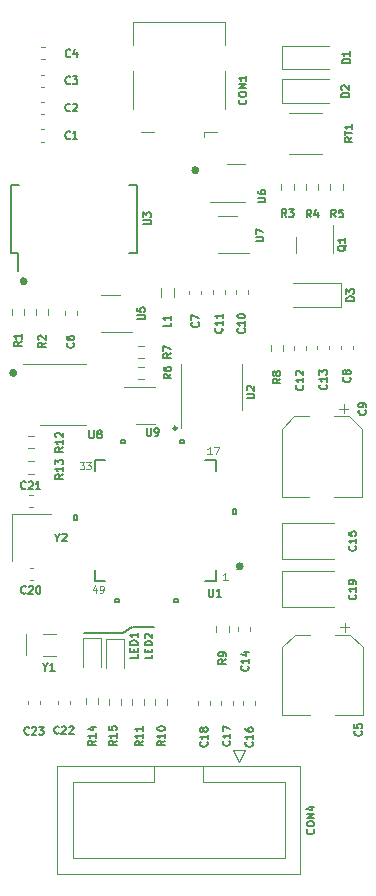
<source format=gto>
%TF.GenerationSoftware,KiCad,Pcbnew,7.0.1*%
%TF.CreationDate,2023-06-06T18:12:30-03:00*%
%TF.ProjectId,HLI-C_main,484c492d-435f-46d6-9169-6e2e6b696361,rev?*%
%TF.SameCoordinates,Original*%
%TF.FileFunction,Legend,Top*%
%TF.FilePolarity,Positive*%
%FSLAX46Y46*%
G04 Gerber Fmt 4.6, Leading zero omitted, Abs format (unit mm)*
G04 Created by KiCad (PCBNEW 7.0.1) date 2023-06-06 18:12:30*
%MOMM*%
%LPD*%
G01*
G04 APERTURE LIST*
%ADD10C,0.150000*%
%ADD11C,0.283607*%
%ADD12C,0.360000*%
%ADD13C,0.076200*%
%ADD14C,0.162500*%
%ADD15C,0.120000*%
%ADD16C,0.152400*%
G04 APERTURE END LIST*
D10*
X188841600Y-67533800D02*
X190619600Y-67533800D01*
D11*
X192572203Y-50698400D02*
G75*
G03*
X192572203Y-50698400I-141803J0D01*
G01*
D12*
X198080000Y-62400000D02*
G75*
G03*
X198080000Y-62400000I-180000J0D01*
G01*
D10*
X184734200Y-68066800D02*
X188036200Y-68066800D01*
D12*
X179780000Y-38250000D02*
G75*
G03*
X179780000Y-38250000I-180000J0D01*
G01*
D10*
X188036200Y-68066800D02*
X188798200Y-67558800D01*
D12*
X178905000Y-46025000D02*
G75*
G03*
X178905000Y-46025000I-180000J0D01*
G01*
X194330000Y-28850000D02*
G75*
G03*
X194330000Y-28850000I-180000J0D01*
G01*
D13*
X184339285Y-53577571D02*
X184710713Y-53577571D01*
X184710713Y-53577571D02*
X184510713Y-53806142D01*
X184510713Y-53806142D02*
X184596428Y-53806142D01*
X184596428Y-53806142D02*
X184653571Y-53834714D01*
X184653571Y-53834714D02*
X184682142Y-53863285D01*
X184682142Y-53863285D02*
X184710713Y-53920428D01*
X184710713Y-53920428D02*
X184710713Y-54063285D01*
X184710713Y-54063285D02*
X184682142Y-54120428D01*
X184682142Y-54120428D02*
X184653571Y-54149000D01*
X184653571Y-54149000D02*
X184596428Y-54177571D01*
X184596428Y-54177571D02*
X184424999Y-54177571D01*
X184424999Y-54177571D02*
X184367856Y-54149000D01*
X184367856Y-54149000D02*
X184339285Y-54120428D01*
X184910714Y-53577571D02*
X185282142Y-53577571D01*
X185282142Y-53577571D02*
X185082142Y-53806142D01*
X185082142Y-53806142D02*
X185167857Y-53806142D01*
X185167857Y-53806142D02*
X185225000Y-53834714D01*
X185225000Y-53834714D02*
X185253571Y-53863285D01*
X185253571Y-53863285D02*
X185282142Y-53920428D01*
X185282142Y-53920428D02*
X185282142Y-54063285D01*
X185282142Y-54063285D02*
X185253571Y-54120428D01*
X185253571Y-54120428D02*
X185225000Y-54149000D01*
X185225000Y-54149000D02*
X185167857Y-54177571D01*
X185167857Y-54177571D02*
X184996428Y-54177571D01*
X184996428Y-54177571D02*
X184939285Y-54149000D01*
X184939285Y-54149000D02*
X184910714Y-54120428D01*
X196869028Y-63523571D02*
X196526171Y-63523571D01*
X196697600Y-63523571D02*
X196697600Y-62923571D01*
X196697600Y-62923571D02*
X196640457Y-63009285D01*
X196640457Y-63009285D02*
X196583314Y-63066428D01*
X196583314Y-63066428D02*
X196526171Y-63095000D01*
X185756571Y-64241171D02*
X185756571Y-64641171D01*
X185613713Y-64012600D02*
X185470856Y-64441171D01*
X185470856Y-64441171D02*
X185842285Y-64441171D01*
X186099428Y-64641171D02*
X186213714Y-64641171D01*
X186213714Y-64641171D02*
X186270857Y-64612600D01*
X186270857Y-64612600D02*
X186299428Y-64584028D01*
X186299428Y-64584028D02*
X186356571Y-64498314D01*
X186356571Y-64498314D02*
X186385142Y-64384028D01*
X186385142Y-64384028D02*
X186385142Y-64155457D01*
X186385142Y-64155457D02*
X186356571Y-64098314D01*
X186356571Y-64098314D02*
X186328000Y-64069742D01*
X186328000Y-64069742D02*
X186270857Y-64041171D01*
X186270857Y-64041171D02*
X186156571Y-64041171D01*
X186156571Y-64041171D02*
X186099428Y-64069742D01*
X186099428Y-64069742D02*
X186070857Y-64098314D01*
X186070857Y-64098314D02*
X186042285Y-64155457D01*
X186042285Y-64155457D02*
X186042285Y-64298314D01*
X186042285Y-64298314D02*
X186070857Y-64355457D01*
X186070857Y-64355457D02*
X186099428Y-64384028D01*
X186099428Y-64384028D02*
X186156571Y-64412600D01*
X186156571Y-64412600D02*
X186270857Y-64412600D01*
X186270857Y-64412600D02*
X186328000Y-64384028D01*
X186328000Y-64384028D02*
X186356571Y-64355457D01*
X186356571Y-64355457D02*
X186385142Y-64298314D01*
X195516513Y-52906371D02*
X195173656Y-52906371D01*
X195345085Y-52906371D02*
X195345085Y-52306371D01*
X195345085Y-52306371D02*
X195287942Y-52392085D01*
X195287942Y-52392085D02*
X195230799Y-52449228D01*
X195230799Y-52449228D02*
X195173656Y-52477800D01*
X195716514Y-52306371D02*
X196116514Y-52306371D01*
X196116514Y-52306371D02*
X195859371Y-52906371D01*
D14*
%TO.C,C11*%
X196388797Y-42230357D02*
X196419750Y-42261309D01*
X196419750Y-42261309D02*
X196450702Y-42354167D01*
X196450702Y-42354167D02*
X196450702Y-42416071D01*
X196450702Y-42416071D02*
X196419750Y-42508928D01*
X196419750Y-42508928D02*
X196357845Y-42570833D01*
X196357845Y-42570833D02*
X196295940Y-42601786D01*
X196295940Y-42601786D02*
X196172130Y-42632738D01*
X196172130Y-42632738D02*
X196079273Y-42632738D01*
X196079273Y-42632738D02*
X195955464Y-42601786D01*
X195955464Y-42601786D02*
X195893559Y-42570833D01*
X195893559Y-42570833D02*
X195831654Y-42508928D01*
X195831654Y-42508928D02*
X195800702Y-42416071D01*
X195800702Y-42416071D02*
X195800702Y-42354167D01*
X195800702Y-42354167D02*
X195831654Y-42261309D01*
X195831654Y-42261309D02*
X195862607Y-42230357D01*
X196450702Y-41611309D02*
X196450702Y-41982738D01*
X196450702Y-41797024D02*
X195800702Y-41797024D01*
X195800702Y-41797024D02*
X195893559Y-41858928D01*
X195893559Y-41858928D02*
X195955464Y-41920833D01*
X195955464Y-41920833D02*
X195986416Y-41982738D01*
X196450702Y-40992261D02*
X196450702Y-41363690D01*
X196450702Y-41177976D02*
X195800702Y-41177976D01*
X195800702Y-41177976D02*
X195893559Y-41239880D01*
X195893559Y-41239880D02*
X195955464Y-41301785D01*
X195955464Y-41301785D02*
X195986416Y-41363690D01*
%TO.C,C15*%
X207703197Y-60666657D02*
X207734150Y-60697609D01*
X207734150Y-60697609D02*
X207765102Y-60790467D01*
X207765102Y-60790467D02*
X207765102Y-60852371D01*
X207765102Y-60852371D02*
X207734150Y-60945228D01*
X207734150Y-60945228D02*
X207672245Y-61007133D01*
X207672245Y-61007133D02*
X207610340Y-61038086D01*
X207610340Y-61038086D02*
X207486530Y-61069038D01*
X207486530Y-61069038D02*
X207393673Y-61069038D01*
X207393673Y-61069038D02*
X207269864Y-61038086D01*
X207269864Y-61038086D02*
X207207959Y-61007133D01*
X207207959Y-61007133D02*
X207146054Y-60945228D01*
X207146054Y-60945228D02*
X207115102Y-60852371D01*
X207115102Y-60852371D02*
X207115102Y-60790467D01*
X207115102Y-60790467D02*
X207146054Y-60697609D01*
X207146054Y-60697609D02*
X207177007Y-60666657D01*
X207765102Y-60047609D02*
X207765102Y-60419038D01*
X207765102Y-60233324D02*
X207115102Y-60233324D01*
X207115102Y-60233324D02*
X207207959Y-60295228D01*
X207207959Y-60295228D02*
X207269864Y-60357133D01*
X207269864Y-60357133D02*
X207300816Y-60419038D01*
X207115102Y-59459514D02*
X207115102Y-59769038D01*
X207115102Y-59769038D02*
X207424626Y-59799990D01*
X207424626Y-59799990D02*
X207393673Y-59769038D01*
X207393673Y-59769038D02*
X207362721Y-59707133D01*
X207362721Y-59707133D02*
X207362721Y-59552371D01*
X207362721Y-59552371D02*
X207393673Y-59490466D01*
X207393673Y-59490466D02*
X207424626Y-59459514D01*
X207424626Y-59459514D02*
X207486530Y-59428561D01*
X207486530Y-59428561D02*
X207641292Y-59428561D01*
X207641292Y-59428561D02*
X207703197Y-59459514D01*
X207703197Y-59459514D02*
X207734150Y-59490466D01*
X207734150Y-59490466D02*
X207765102Y-59552371D01*
X207765102Y-59552371D02*
X207765102Y-59707133D01*
X207765102Y-59707133D02*
X207734150Y-59769038D01*
X207734150Y-59769038D02*
X207703197Y-59799990D01*
%TO.C,C12*%
X203228797Y-47067857D02*
X203259750Y-47098809D01*
X203259750Y-47098809D02*
X203290702Y-47191667D01*
X203290702Y-47191667D02*
X203290702Y-47253571D01*
X203290702Y-47253571D02*
X203259750Y-47346428D01*
X203259750Y-47346428D02*
X203197845Y-47408333D01*
X203197845Y-47408333D02*
X203135940Y-47439286D01*
X203135940Y-47439286D02*
X203012130Y-47470238D01*
X203012130Y-47470238D02*
X202919273Y-47470238D01*
X202919273Y-47470238D02*
X202795464Y-47439286D01*
X202795464Y-47439286D02*
X202733559Y-47408333D01*
X202733559Y-47408333D02*
X202671654Y-47346428D01*
X202671654Y-47346428D02*
X202640702Y-47253571D01*
X202640702Y-47253571D02*
X202640702Y-47191667D01*
X202640702Y-47191667D02*
X202671654Y-47098809D01*
X202671654Y-47098809D02*
X202702607Y-47067857D01*
X203290702Y-46448809D02*
X203290702Y-46820238D01*
X203290702Y-46634524D02*
X202640702Y-46634524D01*
X202640702Y-46634524D02*
X202733559Y-46696428D01*
X202733559Y-46696428D02*
X202795464Y-46758333D01*
X202795464Y-46758333D02*
X202826416Y-46820238D01*
X202702607Y-46201190D02*
X202671654Y-46170238D01*
X202671654Y-46170238D02*
X202640702Y-46108333D01*
X202640702Y-46108333D02*
X202640702Y-45953571D01*
X202640702Y-45953571D02*
X202671654Y-45891666D01*
X202671654Y-45891666D02*
X202702607Y-45860714D01*
X202702607Y-45860714D02*
X202764511Y-45829761D01*
X202764511Y-45829761D02*
X202826416Y-45829761D01*
X202826416Y-45829761D02*
X202919273Y-45860714D01*
X202919273Y-45860714D02*
X203290702Y-46232142D01*
X203290702Y-46232142D02*
X203290702Y-45829761D01*
%TO.C,C8*%
X207228797Y-46388333D02*
X207259750Y-46419285D01*
X207259750Y-46419285D02*
X207290702Y-46512143D01*
X207290702Y-46512143D02*
X207290702Y-46574047D01*
X207290702Y-46574047D02*
X207259750Y-46666904D01*
X207259750Y-46666904D02*
X207197845Y-46728809D01*
X207197845Y-46728809D02*
X207135940Y-46759762D01*
X207135940Y-46759762D02*
X207012130Y-46790714D01*
X207012130Y-46790714D02*
X206919273Y-46790714D01*
X206919273Y-46790714D02*
X206795464Y-46759762D01*
X206795464Y-46759762D02*
X206733559Y-46728809D01*
X206733559Y-46728809D02*
X206671654Y-46666904D01*
X206671654Y-46666904D02*
X206640702Y-46574047D01*
X206640702Y-46574047D02*
X206640702Y-46512143D01*
X206640702Y-46512143D02*
X206671654Y-46419285D01*
X206671654Y-46419285D02*
X206702607Y-46388333D01*
X206919273Y-46016904D02*
X206888321Y-46078809D01*
X206888321Y-46078809D02*
X206857369Y-46109762D01*
X206857369Y-46109762D02*
X206795464Y-46140714D01*
X206795464Y-46140714D02*
X206764511Y-46140714D01*
X206764511Y-46140714D02*
X206702607Y-46109762D01*
X206702607Y-46109762D02*
X206671654Y-46078809D01*
X206671654Y-46078809D02*
X206640702Y-46016904D01*
X206640702Y-46016904D02*
X206640702Y-45893095D01*
X206640702Y-45893095D02*
X206671654Y-45831190D01*
X206671654Y-45831190D02*
X206702607Y-45800238D01*
X206702607Y-45800238D02*
X206764511Y-45769285D01*
X206764511Y-45769285D02*
X206795464Y-45769285D01*
X206795464Y-45769285D02*
X206857369Y-45800238D01*
X206857369Y-45800238D02*
X206888321Y-45831190D01*
X206888321Y-45831190D02*
X206919273Y-45893095D01*
X206919273Y-45893095D02*
X206919273Y-46016904D01*
X206919273Y-46016904D02*
X206950226Y-46078809D01*
X206950226Y-46078809D02*
X206981178Y-46109762D01*
X206981178Y-46109762D02*
X207043083Y-46140714D01*
X207043083Y-46140714D02*
X207166892Y-46140714D01*
X207166892Y-46140714D02*
X207228797Y-46109762D01*
X207228797Y-46109762D02*
X207259750Y-46078809D01*
X207259750Y-46078809D02*
X207290702Y-46016904D01*
X207290702Y-46016904D02*
X207290702Y-45893095D01*
X207290702Y-45893095D02*
X207259750Y-45831190D01*
X207259750Y-45831190D02*
X207228797Y-45800238D01*
X207228797Y-45800238D02*
X207166892Y-45769285D01*
X207166892Y-45769285D02*
X207043083Y-45769285D01*
X207043083Y-45769285D02*
X206981178Y-45800238D01*
X206981178Y-45800238D02*
X206950226Y-45831190D01*
X206950226Y-45831190D02*
X206919273Y-45893095D01*
%TO.C,R11*%
X189701502Y-77190057D02*
X189391978Y-77406724D01*
X189701502Y-77561486D02*
X189051502Y-77561486D01*
X189051502Y-77561486D02*
X189051502Y-77313867D01*
X189051502Y-77313867D02*
X189082454Y-77251962D01*
X189082454Y-77251962D02*
X189113407Y-77221009D01*
X189113407Y-77221009D02*
X189175311Y-77190057D01*
X189175311Y-77190057D02*
X189268169Y-77190057D01*
X189268169Y-77190057D02*
X189330073Y-77221009D01*
X189330073Y-77221009D02*
X189361026Y-77251962D01*
X189361026Y-77251962D02*
X189391978Y-77313867D01*
X189391978Y-77313867D02*
X189391978Y-77561486D01*
X189701502Y-76571009D02*
X189701502Y-76942438D01*
X189701502Y-76756724D02*
X189051502Y-76756724D01*
X189051502Y-76756724D02*
X189144359Y-76818628D01*
X189144359Y-76818628D02*
X189206264Y-76880533D01*
X189206264Y-76880533D02*
X189237216Y-76942438D01*
X189701502Y-75951961D02*
X189701502Y-76323390D01*
X189701502Y-76137676D02*
X189051502Y-76137676D01*
X189051502Y-76137676D02*
X189144359Y-76199580D01*
X189144359Y-76199580D02*
X189206264Y-76261485D01*
X189206264Y-76261485D02*
X189237216Y-76323390D01*
%TO.C,U1*%
X195294761Y-64320702D02*
X195294761Y-64846892D01*
X195294761Y-64846892D02*
X195325714Y-64908797D01*
X195325714Y-64908797D02*
X195356666Y-64939750D01*
X195356666Y-64939750D02*
X195418571Y-64970702D01*
X195418571Y-64970702D02*
X195542380Y-64970702D01*
X195542380Y-64970702D02*
X195604285Y-64939750D01*
X195604285Y-64939750D02*
X195635238Y-64908797D01*
X195635238Y-64908797D02*
X195666190Y-64846892D01*
X195666190Y-64846892D02*
X195666190Y-64320702D01*
X196316190Y-64970702D02*
X195944761Y-64970702D01*
X196130475Y-64970702D02*
X196130475Y-64320702D01*
X196130475Y-64320702D02*
X196068571Y-64413559D01*
X196068571Y-64413559D02*
X196006666Y-64475464D01*
X196006666Y-64475464D02*
X195944761Y-64506416D01*
X197800000Y-62350702D02*
X197800000Y-62505464D01*
X197645238Y-62443559D02*
X197800000Y-62505464D01*
X197800000Y-62505464D02*
X197954761Y-62443559D01*
X197707142Y-62629273D02*
X197800000Y-62505464D01*
X197800000Y-62505464D02*
X197892857Y-62629273D01*
X197800000Y-62350702D02*
X197800000Y-62505464D01*
X197645238Y-62443559D02*
X197800000Y-62505464D01*
X197800000Y-62505464D02*
X197954761Y-62443559D01*
X197707142Y-62629273D02*
X197800000Y-62505464D01*
X197800000Y-62505464D02*
X197892857Y-62629273D01*
%TO.C,U6*%
X199425002Y-31550488D02*
X199951192Y-31550488D01*
X199951192Y-31550488D02*
X200013097Y-31519535D01*
X200013097Y-31519535D02*
X200044050Y-31488583D01*
X200044050Y-31488583D02*
X200075002Y-31426678D01*
X200075002Y-31426678D02*
X200075002Y-31302869D01*
X200075002Y-31302869D02*
X200044050Y-31240964D01*
X200044050Y-31240964D02*
X200013097Y-31210011D01*
X200013097Y-31210011D02*
X199951192Y-31179059D01*
X199951192Y-31179059D02*
X199425002Y-31179059D01*
X199425002Y-30590964D02*
X199425002Y-30714774D01*
X199425002Y-30714774D02*
X199455954Y-30776678D01*
X199455954Y-30776678D02*
X199486907Y-30807631D01*
X199486907Y-30807631D02*
X199579764Y-30869536D01*
X199579764Y-30869536D02*
X199703573Y-30900488D01*
X199703573Y-30900488D02*
X199951192Y-30900488D01*
X199951192Y-30900488D02*
X200013097Y-30869536D01*
X200013097Y-30869536D02*
X200044050Y-30838583D01*
X200044050Y-30838583D02*
X200075002Y-30776678D01*
X200075002Y-30776678D02*
X200075002Y-30652869D01*
X200075002Y-30652869D02*
X200044050Y-30590964D01*
X200044050Y-30590964D02*
X200013097Y-30560012D01*
X200013097Y-30560012D02*
X199951192Y-30529059D01*
X199951192Y-30529059D02*
X199796430Y-30529059D01*
X199796430Y-30529059D02*
X199734526Y-30560012D01*
X199734526Y-30560012D02*
X199703573Y-30590964D01*
X199703573Y-30590964D02*
X199672621Y-30652869D01*
X199672621Y-30652869D02*
X199672621Y-30776678D01*
X199672621Y-30776678D02*
X199703573Y-30838583D01*
X199703573Y-30838583D02*
X199734526Y-30869536D01*
X199734526Y-30869536D02*
X199796430Y-30900488D01*
%TO.C,C1*%
X183533666Y-26146797D02*
X183502714Y-26177750D01*
X183502714Y-26177750D02*
X183409856Y-26208702D01*
X183409856Y-26208702D02*
X183347952Y-26208702D01*
X183347952Y-26208702D02*
X183255095Y-26177750D01*
X183255095Y-26177750D02*
X183193190Y-26115845D01*
X183193190Y-26115845D02*
X183162237Y-26053940D01*
X183162237Y-26053940D02*
X183131285Y-25930130D01*
X183131285Y-25930130D02*
X183131285Y-25837273D01*
X183131285Y-25837273D02*
X183162237Y-25713464D01*
X183162237Y-25713464D02*
X183193190Y-25651559D01*
X183193190Y-25651559D02*
X183255095Y-25589654D01*
X183255095Y-25589654D02*
X183347952Y-25558702D01*
X183347952Y-25558702D02*
X183409856Y-25558702D01*
X183409856Y-25558702D02*
X183502714Y-25589654D01*
X183502714Y-25589654D02*
X183533666Y-25620607D01*
X184152714Y-26208702D02*
X183781285Y-26208702D01*
X183966999Y-26208702D02*
X183966999Y-25558702D01*
X183966999Y-25558702D02*
X183905095Y-25651559D01*
X183905095Y-25651559D02*
X183843190Y-25713464D01*
X183843190Y-25713464D02*
X183781285Y-25744416D01*
%TO.C,U7*%
X199244702Y-34870238D02*
X199770892Y-34870238D01*
X199770892Y-34870238D02*
X199832797Y-34839285D01*
X199832797Y-34839285D02*
X199863750Y-34808333D01*
X199863750Y-34808333D02*
X199894702Y-34746428D01*
X199894702Y-34746428D02*
X199894702Y-34622619D01*
X199894702Y-34622619D02*
X199863750Y-34560714D01*
X199863750Y-34560714D02*
X199832797Y-34529761D01*
X199832797Y-34529761D02*
X199770892Y-34498809D01*
X199770892Y-34498809D02*
X199244702Y-34498809D01*
X199244702Y-34251190D02*
X199244702Y-33817857D01*
X199244702Y-33817857D02*
X199894702Y-34096428D01*
%TO.C,R12*%
X182950702Y-52310057D02*
X182641178Y-52526724D01*
X182950702Y-52681486D02*
X182300702Y-52681486D01*
X182300702Y-52681486D02*
X182300702Y-52433867D01*
X182300702Y-52433867D02*
X182331654Y-52371962D01*
X182331654Y-52371962D02*
X182362607Y-52341009D01*
X182362607Y-52341009D02*
X182424511Y-52310057D01*
X182424511Y-52310057D02*
X182517369Y-52310057D01*
X182517369Y-52310057D02*
X182579273Y-52341009D01*
X182579273Y-52341009D02*
X182610226Y-52371962D01*
X182610226Y-52371962D02*
X182641178Y-52433867D01*
X182641178Y-52433867D02*
X182641178Y-52681486D01*
X182950702Y-51691009D02*
X182950702Y-52062438D01*
X182950702Y-51876724D02*
X182300702Y-51876724D01*
X182300702Y-51876724D02*
X182393559Y-51938628D01*
X182393559Y-51938628D02*
X182455464Y-52000533D01*
X182455464Y-52000533D02*
X182486416Y-52062438D01*
X182362607Y-51443390D02*
X182331654Y-51412438D01*
X182331654Y-51412438D02*
X182300702Y-51350533D01*
X182300702Y-51350533D02*
X182300702Y-51195771D01*
X182300702Y-51195771D02*
X182331654Y-51133866D01*
X182331654Y-51133866D02*
X182362607Y-51102914D01*
X182362607Y-51102914D02*
X182424511Y-51071961D01*
X182424511Y-51071961D02*
X182486416Y-51071961D01*
X182486416Y-51071961D02*
X182579273Y-51102914D01*
X182579273Y-51102914D02*
X182950702Y-51474342D01*
X182950702Y-51474342D02*
X182950702Y-51071961D01*
%TO.C,R15*%
X187484102Y-77157557D02*
X187174578Y-77374224D01*
X187484102Y-77528986D02*
X186834102Y-77528986D01*
X186834102Y-77528986D02*
X186834102Y-77281367D01*
X186834102Y-77281367D02*
X186865054Y-77219462D01*
X186865054Y-77219462D02*
X186896007Y-77188509D01*
X186896007Y-77188509D02*
X186957911Y-77157557D01*
X186957911Y-77157557D02*
X187050769Y-77157557D01*
X187050769Y-77157557D02*
X187112673Y-77188509D01*
X187112673Y-77188509D02*
X187143626Y-77219462D01*
X187143626Y-77219462D02*
X187174578Y-77281367D01*
X187174578Y-77281367D02*
X187174578Y-77528986D01*
X187484102Y-76538509D02*
X187484102Y-76909938D01*
X187484102Y-76724224D02*
X186834102Y-76724224D01*
X186834102Y-76724224D02*
X186926959Y-76786128D01*
X186926959Y-76786128D02*
X186988864Y-76848033D01*
X186988864Y-76848033D02*
X187019816Y-76909938D01*
X186834102Y-75950414D02*
X186834102Y-76259938D01*
X186834102Y-76259938D02*
X187143626Y-76290890D01*
X187143626Y-76290890D02*
X187112673Y-76259938D01*
X187112673Y-76259938D02*
X187081721Y-76198033D01*
X187081721Y-76198033D02*
X187081721Y-76043271D01*
X187081721Y-76043271D02*
X187112673Y-75981366D01*
X187112673Y-75981366D02*
X187143626Y-75950414D01*
X187143626Y-75950414D02*
X187205530Y-75919461D01*
X187205530Y-75919461D02*
X187360292Y-75919461D01*
X187360292Y-75919461D02*
X187422197Y-75950414D01*
X187422197Y-75950414D02*
X187453150Y-75981366D01*
X187453150Y-75981366D02*
X187484102Y-76043271D01*
X187484102Y-76043271D02*
X187484102Y-76198033D01*
X187484102Y-76198033D02*
X187453150Y-76259938D01*
X187453150Y-76259938D02*
X187422197Y-76290890D01*
%TO.C,R4*%
X203941666Y-32838202D02*
X203724999Y-32528678D01*
X203570237Y-32838202D02*
X203570237Y-32188202D01*
X203570237Y-32188202D02*
X203817856Y-32188202D01*
X203817856Y-32188202D02*
X203879761Y-32219154D01*
X203879761Y-32219154D02*
X203910714Y-32250107D01*
X203910714Y-32250107D02*
X203941666Y-32312011D01*
X203941666Y-32312011D02*
X203941666Y-32404869D01*
X203941666Y-32404869D02*
X203910714Y-32466773D01*
X203910714Y-32466773D02*
X203879761Y-32497726D01*
X203879761Y-32497726D02*
X203817856Y-32528678D01*
X203817856Y-32528678D02*
X203570237Y-32528678D01*
X204498809Y-32404869D02*
X204498809Y-32838202D01*
X204344047Y-32157250D02*
X204189285Y-32621535D01*
X204189285Y-32621535D02*
X204591666Y-32621535D01*
%TO.C,R6*%
X192100702Y-46108333D02*
X191791178Y-46325000D01*
X192100702Y-46479762D02*
X191450702Y-46479762D01*
X191450702Y-46479762D02*
X191450702Y-46232143D01*
X191450702Y-46232143D02*
X191481654Y-46170238D01*
X191481654Y-46170238D02*
X191512607Y-46139285D01*
X191512607Y-46139285D02*
X191574511Y-46108333D01*
X191574511Y-46108333D02*
X191667369Y-46108333D01*
X191667369Y-46108333D02*
X191729273Y-46139285D01*
X191729273Y-46139285D02*
X191760226Y-46170238D01*
X191760226Y-46170238D02*
X191791178Y-46232143D01*
X191791178Y-46232143D02*
X191791178Y-46479762D01*
X191450702Y-45551190D02*
X191450702Y-45675000D01*
X191450702Y-45675000D02*
X191481654Y-45736904D01*
X191481654Y-45736904D02*
X191512607Y-45767857D01*
X191512607Y-45767857D02*
X191605464Y-45829762D01*
X191605464Y-45829762D02*
X191729273Y-45860714D01*
X191729273Y-45860714D02*
X191976892Y-45860714D01*
X191976892Y-45860714D02*
X192038797Y-45829762D01*
X192038797Y-45829762D02*
X192069750Y-45798809D01*
X192069750Y-45798809D02*
X192100702Y-45736904D01*
X192100702Y-45736904D02*
X192100702Y-45613095D01*
X192100702Y-45613095D02*
X192069750Y-45551190D01*
X192069750Y-45551190D02*
X192038797Y-45520238D01*
X192038797Y-45520238D02*
X191976892Y-45489285D01*
X191976892Y-45489285D02*
X191822130Y-45489285D01*
X191822130Y-45489285D02*
X191760226Y-45520238D01*
X191760226Y-45520238D02*
X191729273Y-45551190D01*
X191729273Y-45551190D02*
X191698321Y-45613095D01*
X191698321Y-45613095D02*
X191698321Y-45736904D01*
X191698321Y-45736904D02*
X191729273Y-45798809D01*
X191729273Y-45798809D02*
X191760226Y-45829762D01*
X191760226Y-45829762D02*
X191822130Y-45860714D01*
%TO.C,CON1*%
X198409597Y-22887285D02*
X198440550Y-22918237D01*
X198440550Y-22918237D02*
X198471502Y-23011095D01*
X198471502Y-23011095D02*
X198471502Y-23072999D01*
X198471502Y-23072999D02*
X198440550Y-23165856D01*
X198440550Y-23165856D02*
X198378645Y-23227761D01*
X198378645Y-23227761D02*
X198316740Y-23258714D01*
X198316740Y-23258714D02*
X198192930Y-23289666D01*
X198192930Y-23289666D02*
X198100073Y-23289666D01*
X198100073Y-23289666D02*
X197976264Y-23258714D01*
X197976264Y-23258714D02*
X197914359Y-23227761D01*
X197914359Y-23227761D02*
X197852454Y-23165856D01*
X197852454Y-23165856D02*
X197821502Y-23072999D01*
X197821502Y-23072999D02*
X197821502Y-23011095D01*
X197821502Y-23011095D02*
X197852454Y-22918237D01*
X197852454Y-22918237D02*
X197883407Y-22887285D01*
X197821502Y-22484904D02*
X197821502Y-22361095D01*
X197821502Y-22361095D02*
X197852454Y-22299190D01*
X197852454Y-22299190D02*
X197914359Y-22237285D01*
X197914359Y-22237285D02*
X198038169Y-22206333D01*
X198038169Y-22206333D02*
X198254835Y-22206333D01*
X198254835Y-22206333D02*
X198378645Y-22237285D01*
X198378645Y-22237285D02*
X198440550Y-22299190D01*
X198440550Y-22299190D02*
X198471502Y-22361095D01*
X198471502Y-22361095D02*
X198471502Y-22484904D01*
X198471502Y-22484904D02*
X198440550Y-22546809D01*
X198440550Y-22546809D02*
X198378645Y-22608714D01*
X198378645Y-22608714D02*
X198254835Y-22639666D01*
X198254835Y-22639666D02*
X198038169Y-22639666D01*
X198038169Y-22639666D02*
X197914359Y-22608714D01*
X197914359Y-22608714D02*
X197852454Y-22546809D01*
X197852454Y-22546809D02*
X197821502Y-22484904D01*
X198471502Y-21927762D02*
X197821502Y-21927762D01*
X197821502Y-21927762D02*
X198471502Y-21556333D01*
X198471502Y-21556333D02*
X197821502Y-21556333D01*
X198471502Y-20906333D02*
X198471502Y-21277762D01*
X198471502Y-21092048D02*
X197821502Y-21092048D01*
X197821502Y-21092048D02*
X197914359Y-21153952D01*
X197914359Y-21153952D02*
X197976264Y-21215857D01*
X197976264Y-21215857D02*
X198007216Y-21277762D01*
%TO.C,L1*%
X192070702Y-41758333D02*
X192070702Y-42067857D01*
X192070702Y-42067857D02*
X191420702Y-42067857D01*
X192070702Y-41201190D02*
X192070702Y-41572619D01*
X192070702Y-41386905D02*
X191420702Y-41386905D01*
X191420702Y-41386905D02*
X191513559Y-41448809D01*
X191513559Y-41448809D02*
X191575464Y-41510714D01*
X191575464Y-41510714D02*
X191606416Y-41572619D01*
%TO.C,LED2*%
X190506102Y-69888080D02*
X190506102Y-70197604D01*
X190506102Y-70197604D02*
X189856102Y-70197604D01*
X190165626Y-69671414D02*
X190165626Y-69454747D01*
X190506102Y-69361890D02*
X190506102Y-69671414D01*
X190506102Y-69671414D02*
X189856102Y-69671414D01*
X189856102Y-69671414D02*
X189856102Y-69361890D01*
X190506102Y-69083319D02*
X189856102Y-69083319D01*
X189856102Y-69083319D02*
X189856102Y-68928557D01*
X189856102Y-68928557D02*
X189887054Y-68835700D01*
X189887054Y-68835700D02*
X189948959Y-68773795D01*
X189948959Y-68773795D02*
X190010864Y-68742842D01*
X190010864Y-68742842D02*
X190134673Y-68711890D01*
X190134673Y-68711890D02*
X190227530Y-68711890D01*
X190227530Y-68711890D02*
X190351340Y-68742842D01*
X190351340Y-68742842D02*
X190413245Y-68773795D01*
X190413245Y-68773795D02*
X190475150Y-68835700D01*
X190475150Y-68835700D02*
X190506102Y-68928557D01*
X190506102Y-68928557D02*
X190506102Y-69083319D01*
X189918007Y-68464271D02*
X189887054Y-68433319D01*
X189887054Y-68433319D02*
X189856102Y-68371414D01*
X189856102Y-68371414D02*
X189856102Y-68216652D01*
X189856102Y-68216652D02*
X189887054Y-68154747D01*
X189887054Y-68154747D02*
X189918007Y-68123795D01*
X189918007Y-68123795D02*
X189979911Y-68092842D01*
X189979911Y-68092842D02*
X190041816Y-68092842D01*
X190041816Y-68092842D02*
X190134673Y-68123795D01*
X190134673Y-68123795D02*
X190506102Y-68495223D01*
X190506102Y-68495223D02*
X190506102Y-68092842D01*
%TO.C,R9*%
X196744302Y-70263133D02*
X196434778Y-70479800D01*
X196744302Y-70634562D02*
X196094302Y-70634562D01*
X196094302Y-70634562D02*
X196094302Y-70386943D01*
X196094302Y-70386943D02*
X196125254Y-70325038D01*
X196125254Y-70325038D02*
X196156207Y-70294085D01*
X196156207Y-70294085D02*
X196218111Y-70263133D01*
X196218111Y-70263133D02*
X196310969Y-70263133D01*
X196310969Y-70263133D02*
X196372873Y-70294085D01*
X196372873Y-70294085D02*
X196403826Y-70325038D01*
X196403826Y-70325038D02*
X196434778Y-70386943D01*
X196434778Y-70386943D02*
X196434778Y-70634562D01*
X196744302Y-69953609D02*
X196744302Y-69829800D01*
X196744302Y-69829800D02*
X196713350Y-69767895D01*
X196713350Y-69767895D02*
X196682397Y-69736943D01*
X196682397Y-69736943D02*
X196589540Y-69675038D01*
X196589540Y-69675038D02*
X196465730Y-69644085D01*
X196465730Y-69644085D02*
X196218111Y-69644085D01*
X196218111Y-69644085D02*
X196156207Y-69675038D01*
X196156207Y-69675038D02*
X196125254Y-69705990D01*
X196125254Y-69705990D02*
X196094302Y-69767895D01*
X196094302Y-69767895D02*
X196094302Y-69891704D01*
X196094302Y-69891704D02*
X196125254Y-69953609D01*
X196125254Y-69953609D02*
X196156207Y-69984562D01*
X196156207Y-69984562D02*
X196218111Y-70015514D01*
X196218111Y-70015514D02*
X196372873Y-70015514D01*
X196372873Y-70015514D02*
X196434778Y-69984562D01*
X196434778Y-69984562D02*
X196465730Y-69953609D01*
X196465730Y-69953609D02*
X196496683Y-69891704D01*
X196496683Y-69891704D02*
X196496683Y-69767895D01*
X196496683Y-69767895D02*
X196465730Y-69705990D01*
X196465730Y-69705990D02*
X196434778Y-69675038D01*
X196434778Y-69675038D02*
X196372873Y-69644085D01*
%TO.C,C6*%
X183824797Y-43472333D02*
X183855750Y-43503285D01*
X183855750Y-43503285D02*
X183886702Y-43596143D01*
X183886702Y-43596143D02*
X183886702Y-43658047D01*
X183886702Y-43658047D02*
X183855750Y-43750904D01*
X183855750Y-43750904D02*
X183793845Y-43812809D01*
X183793845Y-43812809D02*
X183731940Y-43843762D01*
X183731940Y-43843762D02*
X183608130Y-43874714D01*
X183608130Y-43874714D02*
X183515273Y-43874714D01*
X183515273Y-43874714D02*
X183391464Y-43843762D01*
X183391464Y-43843762D02*
X183329559Y-43812809D01*
X183329559Y-43812809D02*
X183267654Y-43750904D01*
X183267654Y-43750904D02*
X183236702Y-43658047D01*
X183236702Y-43658047D02*
X183236702Y-43596143D01*
X183236702Y-43596143D02*
X183267654Y-43503285D01*
X183267654Y-43503285D02*
X183298607Y-43472333D01*
X183236702Y-42915190D02*
X183236702Y-43039000D01*
X183236702Y-43039000D02*
X183267654Y-43100904D01*
X183267654Y-43100904D02*
X183298607Y-43131857D01*
X183298607Y-43131857D02*
X183391464Y-43193762D01*
X183391464Y-43193762D02*
X183515273Y-43224714D01*
X183515273Y-43224714D02*
X183762892Y-43224714D01*
X183762892Y-43224714D02*
X183824797Y-43193762D01*
X183824797Y-43193762D02*
X183855750Y-43162809D01*
X183855750Y-43162809D02*
X183886702Y-43100904D01*
X183886702Y-43100904D02*
X183886702Y-42977095D01*
X183886702Y-42977095D02*
X183855750Y-42915190D01*
X183855750Y-42915190D02*
X183824797Y-42884238D01*
X183824797Y-42884238D02*
X183762892Y-42853285D01*
X183762892Y-42853285D02*
X183608130Y-42853285D01*
X183608130Y-42853285D02*
X183546226Y-42884238D01*
X183546226Y-42884238D02*
X183515273Y-42915190D01*
X183515273Y-42915190D02*
X183484321Y-42977095D01*
X183484321Y-42977095D02*
X183484321Y-43100904D01*
X183484321Y-43100904D02*
X183515273Y-43162809D01*
X183515273Y-43162809D02*
X183546226Y-43193762D01*
X183546226Y-43193762D02*
X183608130Y-43224714D01*
%TO.C,Y2*%
X182468876Y-59960578D02*
X182468876Y-60270102D01*
X182252209Y-59620102D02*
X182468876Y-59960578D01*
X182468876Y-59960578D02*
X182685543Y-59620102D01*
X182871257Y-59682007D02*
X182902209Y-59651054D01*
X182902209Y-59651054D02*
X182964114Y-59620102D01*
X182964114Y-59620102D02*
X183118876Y-59620102D01*
X183118876Y-59620102D02*
X183180781Y-59651054D01*
X183180781Y-59651054D02*
X183211733Y-59682007D01*
X183211733Y-59682007D02*
X183242686Y-59743911D01*
X183242686Y-59743911D02*
X183242686Y-59805816D01*
X183242686Y-59805816D02*
X183211733Y-59898673D01*
X183211733Y-59898673D02*
X182840305Y-60270102D01*
X182840305Y-60270102D02*
X183242686Y-60270102D01*
%TO.C,R13*%
X182950702Y-54596057D02*
X182641178Y-54812724D01*
X182950702Y-54967486D02*
X182300702Y-54967486D01*
X182300702Y-54967486D02*
X182300702Y-54719867D01*
X182300702Y-54719867D02*
X182331654Y-54657962D01*
X182331654Y-54657962D02*
X182362607Y-54627009D01*
X182362607Y-54627009D02*
X182424511Y-54596057D01*
X182424511Y-54596057D02*
X182517369Y-54596057D01*
X182517369Y-54596057D02*
X182579273Y-54627009D01*
X182579273Y-54627009D02*
X182610226Y-54657962D01*
X182610226Y-54657962D02*
X182641178Y-54719867D01*
X182641178Y-54719867D02*
X182641178Y-54967486D01*
X182950702Y-53977009D02*
X182950702Y-54348438D01*
X182950702Y-54162724D02*
X182300702Y-54162724D01*
X182300702Y-54162724D02*
X182393559Y-54224628D01*
X182393559Y-54224628D02*
X182455464Y-54286533D01*
X182455464Y-54286533D02*
X182486416Y-54348438D01*
X182300702Y-53760342D02*
X182300702Y-53357961D01*
X182300702Y-53357961D02*
X182548321Y-53574628D01*
X182548321Y-53574628D02*
X182548321Y-53481771D01*
X182548321Y-53481771D02*
X182579273Y-53419866D01*
X182579273Y-53419866D02*
X182610226Y-53388914D01*
X182610226Y-53388914D02*
X182672130Y-53357961D01*
X182672130Y-53357961D02*
X182826892Y-53357961D01*
X182826892Y-53357961D02*
X182888797Y-53388914D01*
X182888797Y-53388914D02*
X182919750Y-53419866D01*
X182919750Y-53419866D02*
X182950702Y-53481771D01*
X182950702Y-53481771D02*
X182950702Y-53667485D01*
X182950702Y-53667485D02*
X182919750Y-53729390D01*
X182919750Y-53729390D02*
X182888797Y-53760342D01*
%TO.C,C18*%
X195119597Y-77252557D02*
X195150550Y-77283509D01*
X195150550Y-77283509D02*
X195181502Y-77376367D01*
X195181502Y-77376367D02*
X195181502Y-77438271D01*
X195181502Y-77438271D02*
X195150550Y-77531128D01*
X195150550Y-77531128D02*
X195088645Y-77593033D01*
X195088645Y-77593033D02*
X195026740Y-77623986D01*
X195026740Y-77623986D02*
X194902930Y-77654938D01*
X194902930Y-77654938D02*
X194810073Y-77654938D01*
X194810073Y-77654938D02*
X194686264Y-77623986D01*
X194686264Y-77623986D02*
X194624359Y-77593033D01*
X194624359Y-77593033D02*
X194562454Y-77531128D01*
X194562454Y-77531128D02*
X194531502Y-77438271D01*
X194531502Y-77438271D02*
X194531502Y-77376367D01*
X194531502Y-77376367D02*
X194562454Y-77283509D01*
X194562454Y-77283509D02*
X194593407Y-77252557D01*
X195181502Y-76633509D02*
X195181502Y-77004938D01*
X195181502Y-76819224D02*
X194531502Y-76819224D01*
X194531502Y-76819224D02*
X194624359Y-76881128D01*
X194624359Y-76881128D02*
X194686264Y-76943033D01*
X194686264Y-76943033D02*
X194717216Y-77004938D01*
X194810073Y-76262080D02*
X194779121Y-76323985D01*
X194779121Y-76323985D02*
X194748169Y-76354938D01*
X194748169Y-76354938D02*
X194686264Y-76385890D01*
X194686264Y-76385890D02*
X194655311Y-76385890D01*
X194655311Y-76385890D02*
X194593407Y-76354938D01*
X194593407Y-76354938D02*
X194562454Y-76323985D01*
X194562454Y-76323985D02*
X194531502Y-76262080D01*
X194531502Y-76262080D02*
X194531502Y-76138271D01*
X194531502Y-76138271D02*
X194562454Y-76076366D01*
X194562454Y-76076366D02*
X194593407Y-76045414D01*
X194593407Y-76045414D02*
X194655311Y-76014461D01*
X194655311Y-76014461D02*
X194686264Y-76014461D01*
X194686264Y-76014461D02*
X194748169Y-76045414D01*
X194748169Y-76045414D02*
X194779121Y-76076366D01*
X194779121Y-76076366D02*
X194810073Y-76138271D01*
X194810073Y-76138271D02*
X194810073Y-76262080D01*
X194810073Y-76262080D02*
X194841026Y-76323985D01*
X194841026Y-76323985D02*
X194871978Y-76354938D01*
X194871978Y-76354938D02*
X194933883Y-76385890D01*
X194933883Y-76385890D02*
X195057692Y-76385890D01*
X195057692Y-76385890D02*
X195119597Y-76354938D01*
X195119597Y-76354938D02*
X195150550Y-76323985D01*
X195150550Y-76323985D02*
X195181502Y-76262080D01*
X195181502Y-76262080D02*
X195181502Y-76138271D01*
X195181502Y-76138271D02*
X195150550Y-76076366D01*
X195150550Y-76076366D02*
X195119597Y-76045414D01*
X195119597Y-76045414D02*
X195057692Y-76014461D01*
X195057692Y-76014461D02*
X194933883Y-76014461D01*
X194933883Y-76014461D02*
X194871978Y-76045414D01*
X194871978Y-76045414D02*
X194841026Y-76076366D01*
X194841026Y-76076366D02*
X194810073Y-76138271D01*
%TO.C,C9*%
X208544197Y-49173533D02*
X208575150Y-49204485D01*
X208575150Y-49204485D02*
X208606102Y-49297343D01*
X208606102Y-49297343D02*
X208606102Y-49359247D01*
X208606102Y-49359247D02*
X208575150Y-49452104D01*
X208575150Y-49452104D02*
X208513245Y-49514009D01*
X208513245Y-49514009D02*
X208451340Y-49544962D01*
X208451340Y-49544962D02*
X208327530Y-49575914D01*
X208327530Y-49575914D02*
X208234673Y-49575914D01*
X208234673Y-49575914D02*
X208110864Y-49544962D01*
X208110864Y-49544962D02*
X208048959Y-49514009D01*
X208048959Y-49514009D02*
X207987054Y-49452104D01*
X207987054Y-49452104D02*
X207956102Y-49359247D01*
X207956102Y-49359247D02*
X207956102Y-49297343D01*
X207956102Y-49297343D02*
X207987054Y-49204485D01*
X207987054Y-49204485D02*
X208018007Y-49173533D01*
X208606102Y-48864009D02*
X208606102Y-48740200D01*
X208606102Y-48740200D02*
X208575150Y-48678295D01*
X208575150Y-48678295D02*
X208544197Y-48647343D01*
X208544197Y-48647343D02*
X208451340Y-48585438D01*
X208451340Y-48585438D02*
X208327530Y-48554485D01*
X208327530Y-48554485D02*
X208079911Y-48554485D01*
X208079911Y-48554485D02*
X208018007Y-48585438D01*
X208018007Y-48585438D02*
X207987054Y-48616390D01*
X207987054Y-48616390D02*
X207956102Y-48678295D01*
X207956102Y-48678295D02*
X207956102Y-48802104D01*
X207956102Y-48802104D02*
X207987054Y-48864009D01*
X207987054Y-48864009D02*
X208018007Y-48894962D01*
X208018007Y-48894962D02*
X208079911Y-48925914D01*
X208079911Y-48925914D02*
X208234673Y-48925914D01*
X208234673Y-48925914D02*
X208296578Y-48894962D01*
X208296578Y-48894962D02*
X208327530Y-48864009D01*
X208327530Y-48864009D02*
X208358483Y-48802104D01*
X208358483Y-48802104D02*
X208358483Y-48678295D01*
X208358483Y-48678295D02*
X208327530Y-48616390D01*
X208327530Y-48616390D02*
X208296578Y-48585438D01*
X208296578Y-48585438D02*
X208234673Y-48554485D01*
%TO.C,C4*%
X183559066Y-19208797D02*
X183528114Y-19239750D01*
X183528114Y-19239750D02*
X183435256Y-19270702D01*
X183435256Y-19270702D02*
X183373352Y-19270702D01*
X183373352Y-19270702D02*
X183280495Y-19239750D01*
X183280495Y-19239750D02*
X183218590Y-19177845D01*
X183218590Y-19177845D02*
X183187637Y-19115940D01*
X183187637Y-19115940D02*
X183156685Y-18992130D01*
X183156685Y-18992130D02*
X183156685Y-18899273D01*
X183156685Y-18899273D02*
X183187637Y-18775464D01*
X183187637Y-18775464D02*
X183218590Y-18713559D01*
X183218590Y-18713559D02*
X183280495Y-18651654D01*
X183280495Y-18651654D02*
X183373352Y-18620702D01*
X183373352Y-18620702D02*
X183435256Y-18620702D01*
X183435256Y-18620702D02*
X183528114Y-18651654D01*
X183528114Y-18651654D02*
X183559066Y-18682607D01*
X184116209Y-18837369D02*
X184116209Y-19270702D01*
X183961447Y-18589750D02*
X183806685Y-19054035D01*
X183806685Y-19054035D02*
X184209066Y-19054035D01*
%TO.C,C13*%
X205242197Y-47001457D02*
X205273150Y-47032409D01*
X205273150Y-47032409D02*
X205304102Y-47125267D01*
X205304102Y-47125267D02*
X205304102Y-47187171D01*
X205304102Y-47187171D02*
X205273150Y-47280028D01*
X205273150Y-47280028D02*
X205211245Y-47341933D01*
X205211245Y-47341933D02*
X205149340Y-47372886D01*
X205149340Y-47372886D02*
X205025530Y-47403838D01*
X205025530Y-47403838D02*
X204932673Y-47403838D01*
X204932673Y-47403838D02*
X204808864Y-47372886D01*
X204808864Y-47372886D02*
X204746959Y-47341933D01*
X204746959Y-47341933D02*
X204685054Y-47280028D01*
X204685054Y-47280028D02*
X204654102Y-47187171D01*
X204654102Y-47187171D02*
X204654102Y-47125267D01*
X204654102Y-47125267D02*
X204685054Y-47032409D01*
X204685054Y-47032409D02*
X204716007Y-47001457D01*
X205304102Y-46382409D02*
X205304102Y-46753838D01*
X205304102Y-46568124D02*
X204654102Y-46568124D01*
X204654102Y-46568124D02*
X204746959Y-46630028D01*
X204746959Y-46630028D02*
X204808864Y-46691933D01*
X204808864Y-46691933D02*
X204839816Y-46753838D01*
X204654102Y-46165742D02*
X204654102Y-45763361D01*
X204654102Y-45763361D02*
X204901721Y-45980028D01*
X204901721Y-45980028D02*
X204901721Y-45887171D01*
X204901721Y-45887171D02*
X204932673Y-45825266D01*
X204932673Y-45825266D02*
X204963626Y-45794314D01*
X204963626Y-45794314D02*
X205025530Y-45763361D01*
X205025530Y-45763361D02*
X205180292Y-45763361D01*
X205180292Y-45763361D02*
X205242197Y-45794314D01*
X205242197Y-45794314D02*
X205273150Y-45825266D01*
X205273150Y-45825266D02*
X205304102Y-45887171D01*
X205304102Y-45887171D02*
X205304102Y-46072885D01*
X205304102Y-46072885D02*
X205273150Y-46134790D01*
X205273150Y-46134790D02*
X205242197Y-46165742D01*
%TO.C,R3*%
X201841666Y-32813202D02*
X201624999Y-32503678D01*
X201470237Y-32813202D02*
X201470237Y-32163202D01*
X201470237Y-32163202D02*
X201717856Y-32163202D01*
X201717856Y-32163202D02*
X201779761Y-32194154D01*
X201779761Y-32194154D02*
X201810714Y-32225107D01*
X201810714Y-32225107D02*
X201841666Y-32287011D01*
X201841666Y-32287011D02*
X201841666Y-32379869D01*
X201841666Y-32379869D02*
X201810714Y-32441773D01*
X201810714Y-32441773D02*
X201779761Y-32472726D01*
X201779761Y-32472726D02*
X201717856Y-32503678D01*
X201717856Y-32503678D02*
X201470237Y-32503678D01*
X202058333Y-32163202D02*
X202460714Y-32163202D01*
X202460714Y-32163202D02*
X202244047Y-32410821D01*
X202244047Y-32410821D02*
X202336904Y-32410821D01*
X202336904Y-32410821D02*
X202398809Y-32441773D01*
X202398809Y-32441773D02*
X202429761Y-32472726D01*
X202429761Y-32472726D02*
X202460714Y-32534630D01*
X202460714Y-32534630D02*
X202460714Y-32689392D01*
X202460714Y-32689392D02*
X202429761Y-32751297D01*
X202429761Y-32751297D02*
X202398809Y-32782250D01*
X202398809Y-32782250D02*
X202336904Y-32813202D01*
X202336904Y-32813202D02*
X202151190Y-32813202D01*
X202151190Y-32813202D02*
X202089285Y-32782250D01*
X202089285Y-32782250D02*
X202058333Y-32751297D01*
%TO.C,R5*%
X206038066Y-32838102D02*
X205821399Y-32528578D01*
X205666637Y-32838102D02*
X205666637Y-32188102D01*
X205666637Y-32188102D02*
X205914256Y-32188102D01*
X205914256Y-32188102D02*
X205976161Y-32219054D01*
X205976161Y-32219054D02*
X206007114Y-32250007D01*
X206007114Y-32250007D02*
X206038066Y-32311911D01*
X206038066Y-32311911D02*
X206038066Y-32404769D01*
X206038066Y-32404769D02*
X206007114Y-32466673D01*
X206007114Y-32466673D02*
X205976161Y-32497626D01*
X205976161Y-32497626D02*
X205914256Y-32528578D01*
X205914256Y-32528578D02*
X205666637Y-32528578D01*
X206626161Y-32188102D02*
X206316637Y-32188102D01*
X206316637Y-32188102D02*
X206285685Y-32497626D01*
X206285685Y-32497626D02*
X206316637Y-32466673D01*
X206316637Y-32466673D02*
X206378542Y-32435721D01*
X206378542Y-32435721D02*
X206533304Y-32435721D01*
X206533304Y-32435721D02*
X206595209Y-32466673D01*
X206595209Y-32466673D02*
X206626161Y-32497626D01*
X206626161Y-32497626D02*
X206657114Y-32559530D01*
X206657114Y-32559530D02*
X206657114Y-32714292D01*
X206657114Y-32714292D02*
X206626161Y-32776197D01*
X206626161Y-32776197D02*
X206595209Y-32807150D01*
X206595209Y-32807150D02*
X206533304Y-32838102D01*
X206533304Y-32838102D02*
X206378542Y-32838102D01*
X206378542Y-32838102D02*
X206316637Y-32807150D01*
X206316637Y-32807150D02*
X206285685Y-32776197D01*
%TO.C,C22*%
X182594542Y-76515997D02*
X182563590Y-76546950D01*
X182563590Y-76546950D02*
X182470732Y-76577902D01*
X182470732Y-76577902D02*
X182408828Y-76577902D01*
X182408828Y-76577902D02*
X182315971Y-76546950D01*
X182315971Y-76546950D02*
X182254066Y-76485045D01*
X182254066Y-76485045D02*
X182223113Y-76423140D01*
X182223113Y-76423140D02*
X182192161Y-76299330D01*
X182192161Y-76299330D02*
X182192161Y-76206473D01*
X182192161Y-76206473D02*
X182223113Y-76082664D01*
X182223113Y-76082664D02*
X182254066Y-76020759D01*
X182254066Y-76020759D02*
X182315971Y-75958854D01*
X182315971Y-75958854D02*
X182408828Y-75927902D01*
X182408828Y-75927902D02*
X182470732Y-75927902D01*
X182470732Y-75927902D02*
X182563590Y-75958854D01*
X182563590Y-75958854D02*
X182594542Y-75989807D01*
X182842161Y-75989807D02*
X182873113Y-75958854D01*
X182873113Y-75958854D02*
X182935018Y-75927902D01*
X182935018Y-75927902D02*
X183089780Y-75927902D01*
X183089780Y-75927902D02*
X183151685Y-75958854D01*
X183151685Y-75958854D02*
X183182637Y-75989807D01*
X183182637Y-75989807D02*
X183213590Y-76051711D01*
X183213590Y-76051711D02*
X183213590Y-76113616D01*
X183213590Y-76113616D02*
X183182637Y-76206473D01*
X183182637Y-76206473D02*
X182811209Y-76577902D01*
X182811209Y-76577902D02*
X183213590Y-76577902D01*
X183461209Y-75989807D02*
X183492161Y-75958854D01*
X183492161Y-75958854D02*
X183554066Y-75927902D01*
X183554066Y-75927902D02*
X183708828Y-75927902D01*
X183708828Y-75927902D02*
X183770733Y-75958854D01*
X183770733Y-75958854D02*
X183801685Y-75989807D01*
X183801685Y-75989807D02*
X183832638Y-76051711D01*
X183832638Y-76051711D02*
X183832638Y-76113616D01*
X183832638Y-76113616D02*
X183801685Y-76206473D01*
X183801685Y-76206473D02*
X183430257Y-76577902D01*
X183430257Y-76577902D02*
X183832638Y-76577902D01*
%TO.C,U9*%
X190029761Y-50675702D02*
X190029761Y-51201892D01*
X190029761Y-51201892D02*
X190060714Y-51263797D01*
X190060714Y-51263797D02*
X190091666Y-51294750D01*
X190091666Y-51294750D02*
X190153571Y-51325702D01*
X190153571Y-51325702D02*
X190277380Y-51325702D01*
X190277380Y-51325702D02*
X190339285Y-51294750D01*
X190339285Y-51294750D02*
X190370238Y-51263797D01*
X190370238Y-51263797D02*
X190401190Y-51201892D01*
X190401190Y-51201892D02*
X190401190Y-50675702D01*
X190741666Y-51325702D02*
X190865475Y-51325702D01*
X190865475Y-51325702D02*
X190927380Y-51294750D01*
X190927380Y-51294750D02*
X190958332Y-51263797D01*
X190958332Y-51263797D02*
X191020237Y-51170940D01*
X191020237Y-51170940D02*
X191051190Y-51047130D01*
X191051190Y-51047130D02*
X191051190Y-50799511D01*
X191051190Y-50799511D02*
X191020237Y-50737607D01*
X191020237Y-50737607D02*
X190989285Y-50706654D01*
X190989285Y-50706654D02*
X190927380Y-50675702D01*
X190927380Y-50675702D02*
X190803571Y-50675702D01*
X190803571Y-50675702D02*
X190741666Y-50706654D01*
X190741666Y-50706654D02*
X190710713Y-50737607D01*
X190710713Y-50737607D02*
X190679761Y-50799511D01*
X190679761Y-50799511D02*
X190679761Y-50954273D01*
X190679761Y-50954273D02*
X190710713Y-51016178D01*
X190710713Y-51016178D02*
X190741666Y-51047130D01*
X190741666Y-51047130D02*
X190803571Y-51078083D01*
X190803571Y-51078083D02*
X190927380Y-51078083D01*
X190927380Y-51078083D02*
X190989285Y-51047130D01*
X190989285Y-51047130D02*
X191020237Y-51016178D01*
X191020237Y-51016178D02*
X191051190Y-50954273D01*
%TO.C,R14*%
X185706102Y-77157557D02*
X185396578Y-77374224D01*
X185706102Y-77528986D02*
X185056102Y-77528986D01*
X185056102Y-77528986D02*
X185056102Y-77281367D01*
X185056102Y-77281367D02*
X185087054Y-77219462D01*
X185087054Y-77219462D02*
X185118007Y-77188509D01*
X185118007Y-77188509D02*
X185179911Y-77157557D01*
X185179911Y-77157557D02*
X185272769Y-77157557D01*
X185272769Y-77157557D02*
X185334673Y-77188509D01*
X185334673Y-77188509D02*
X185365626Y-77219462D01*
X185365626Y-77219462D02*
X185396578Y-77281367D01*
X185396578Y-77281367D02*
X185396578Y-77528986D01*
X185706102Y-76538509D02*
X185706102Y-76909938D01*
X185706102Y-76724224D02*
X185056102Y-76724224D01*
X185056102Y-76724224D02*
X185148959Y-76786128D01*
X185148959Y-76786128D02*
X185210864Y-76848033D01*
X185210864Y-76848033D02*
X185241816Y-76909938D01*
X185272769Y-75981366D02*
X185706102Y-75981366D01*
X185025150Y-76136128D02*
X185489435Y-76290890D01*
X185489435Y-76290890D02*
X185489435Y-75888509D01*
%TO.C,R1*%
X179450702Y-43358333D02*
X179141178Y-43575000D01*
X179450702Y-43729762D02*
X178800702Y-43729762D01*
X178800702Y-43729762D02*
X178800702Y-43482143D01*
X178800702Y-43482143D02*
X178831654Y-43420238D01*
X178831654Y-43420238D02*
X178862607Y-43389285D01*
X178862607Y-43389285D02*
X178924511Y-43358333D01*
X178924511Y-43358333D02*
X179017369Y-43358333D01*
X179017369Y-43358333D02*
X179079273Y-43389285D01*
X179079273Y-43389285D02*
X179110226Y-43420238D01*
X179110226Y-43420238D02*
X179141178Y-43482143D01*
X179141178Y-43482143D02*
X179141178Y-43729762D01*
X179450702Y-42739285D02*
X179450702Y-43110714D01*
X179450702Y-42925000D02*
X178800702Y-42925000D01*
X178800702Y-42925000D02*
X178893559Y-42986904D01*
X178893559Y-42986904D02*
X178955464Y-43048809D01*
X178955464Y-43048809D02*
X178986416Y-43110714D01*
%TO.C,C3*%
X183533666Y-21498597D02*
X183502714Y-21529550D01*
X183502714Y-21529550D02*
X183409856Y-21560502D01*
X183409856Y-21560502D02*
X183347952Y-21560502D01*
X183347952Y-21560502D02*
X183255095Y-21529550D01*
X183255095Y-21529550D02*
X183193190Y-21467645D01*
X183193190Y-21467645D02*
X183162237Y-21405740D01*
X183162237Y-21405740D02*
X183131285Y-21281930D01*
X183131285Y-21281930D02*
X183131285Y-21189073D01*
X183131285Y-21189073D02*
X183162237Y-21065264D01*
X183162237Y-21065264D02*
X183193190Y-21003359D01*
X183193190Y-21003359D02*
X183255095Y-20941454D01*
X183255095Y-20941454D02*
X183347952Y-20910502D01*
X183347952Y-20910502D02*
X183409856Y-20910502D01*
X183409856Y-20910502D02*
X183502714Y-20941454D01*
X183502714Y-20941454D02*
X183533666Y-20972407D01*
X183750333Y-20910502D02*
X184152714Y-20910502D01*
X184152714Y-20910502D02*
X183936047Y-21158121D01*
X183936047Y-21158121D02*
X184028904Y-21158121D01*
X184028904Y-21158121D02*
X184090809Y-21189073D01*
X184090809Y-21189073D02*
X184121761Y-21220026D01*
X184121761Y-21220026D02*
X184152714Y-21281930D01*
X184152714Y-21281930D02*
X184152714Y-21436692D01*
X184152714Y-21436692D02*
X184121761Y-21498597D01*
X184121761Y-21498597D02*
X184090809Y-21529550D01*
X184090809Y-21529550D02*
X184028904Y-21560502D01*
X184028904Y-21560502D02*
X183843190Y-21560502D01*
X183843190Y-21560502D02*
X183781285Y-21529550D01*
X183781285Y-21529550D02*
X183750333Y-21498597D01*
%TO.C,C21*%
X179782142Y-55788597D02*
X179751190Y-55819550D01*
X179751190Y-55819550D02*
X179658332Y-55850502D01*
X179658332Y-55850502D02*
X179596428Y-55850502D01*
X179596428Y-55850502D02*
X179503571Y-55819550D01*
X179503571Y-55819550D02*
X179441666Y-55757645D01*
X179441666Y-55757645D02*
X179410713Y-55695740D01*
X179410713Y-55695740D02*
X179379761Y-55571930D01*
X179379761Y-55571930D02*
X179379761Y-55479073D01*
X179379761Y-55479073D02*
X179410713Y-55355264D01*
X179410713Y-55355264D02*
X179441666Y-55293359D01*
X179441666Y-55293359D02*
X179503571Y-55231454D01*
X179503571Y-55231454D02*
X179596428Y-55200502D01*
X179596428Y-55200502D02*
X179658332Y-55200502D01*
X179658332Y-55200502D02*
X179751190Y-55231454D01*
X179751190Y-55231454D02*
X179782142Y-55262407D01*
X180029761Y-55262407D02*
X180060713Y-55231454D01*
X180060713Y-55231454D02*
X180122618Y-55200502D01*
X180122618Y-55200502D02*
X180277380Y-55200502D01*
X180277380Y-55200502D02*
X180339285Y-55231454D01*
X180339285Y-55231454D02*
X180370237Y-55262407D01*
X180370237Y-55262407D02*
X180401190Y-55324311D01*
X180401190Y-55324311D02*
X180401190Y-55386216D01*
X180401190Y-55386216D02*
X180370237Y-55479073D01*
X180370237Y-55479073D02*
X179998809Y-55850502D01*
X179998809Y-55850502D02*
X180401190Y-55850502D01*
X181020238Y-55850502D02*
X180648809Y-55850502D01*
X180834523Y-55850502D02*
X180834523Y-55200502D01*
X180834523Y-55200502D02*
X180772619Y-55293359D01*
X180772619Y-55293359D02*
X180710714Y-55355264D01*
X180710714Y-55355264D02*
X180648809Y-55386216D01*
%TO.C,D2*%
X207158302Y-22653962D02*
X206508302Y-22653962D01*
X206508302Y-22653962D02*
X206508302Y-22499200D01*
X206508302Y-22499200D02*
X206539254Y-22406343D01*
X206539254Y-22406343D02*
X206601159Y-22344438D01*
X206601159Y-22344438D02*
X206663064Y-22313485D01*
X206663064Y-22313485D02*
X206786873Y-22282533D01*
X206786873Y-22282533D02*
X206879730Y-22282533D01*
X206879730Y-22282533D02*
X207003540Y-22313485D01*
X207003540Y-22313485D02*
X207065445Y-22344438D01*
X207065445Y-22344438D02*
X207127350Y-22406343D01*
X207127350Y-22406343D02*
X207158302Y-22499200D01*
X207158302Y-22499200D02*
X207158302Y-22653962D01*
X206570207Y-22034914D02*
X206539254Y-22003962D01*
X206539254Y-22003962D02*
X206508302Y-21942057D01*
X206508302Y-21942057D02*
X206508302Y-21787295D01*
X206508302Y-21787295D02*
X206539254Y-21725390D01*
X206539254Y-21725390D02*
X206570207Y-21694438D01*
X206570207Y-21694438D02*
X206632111Y-21663485D01*
X206632111Y-21663485D02*
X206694016Y-21663485D01*
X206694016Y-21663485D02*
X206786873Y-21694438D01*
X206786873Y-21694438D02*
X207158302Y-22065866D01*
X207158302Y-22065866D02*
X207158302Y-21663485D01*
%TO.C,D3*%
X207590102Y-39900562D02*
X206940102Y-39900562D01*
X206940102Y-39900562D02*
X206940102Y-39745800D01*
X206940102Y-39745800D02*
X206971054Y-39652943D01*
X206971054Y-39652943D02*
X207032959Y-39591038D01*
X207032959Y-39591038D02*
X207094864Y-39560085D01*
X207094864Y-39560085D02*
X207218673Y-39529133D01*
X207218673Y-39529133D02*
X207311530Y-39529133D01*
X207311530Y-39529133D02*
X207435340Y-39560085D01*
X207435340Y-39560085D02*
X207497245Y-39591038D01*
X207497245Y-39591038D02*
X207559150Y-39652943D01*
X207559150Y-39652943D02*
X207590102Y-39745800D01*
X207590102Y-39745800D02*
X207590102Y-39900562D01*
X206940102Y-39312466D02*
X206940102Y-38910085D01*
X206940102Y-38910085D02*
X207187721Y-39126752D01*
X207187721Y-39126752D02*
X207187721Y-39033895D01*
X207187721Y-39033895D02*
X207218673Y-38971990D01*
X207218673Y-38971990D02*
X207249626Y-38941038D01*
X207249626Y-38941038D02*
X207311530Y-38910085D01*
X207311530Y-38910085D02*
X207466292Y-38910085D01*
X207466292Y-38910085D02*
X207528197Y-38941038D01*
X207528197Y-38941038D02*
X207559150Y-38971990D01*
X207559150Y-38971990D02*
X207590102Y-39033895D01*
X207590102Y-39033895D02*
X207590102Y-39219609D01*
X207590102Y-39219609D02*
X207559150Y-39281514D01*
X207559150Y-39281514D02*
X207528197Y-39312466D01*
%TO.C,CON4*%
X204153997Y-84669585D02*
X204184950Y-84700537D01*
X204184950Y-84700537D02*
X204215902Y-84793395D01*
X204215902Y-84793395D02*
X204215902Y-84855299D01*
X204215902Y-84855299D02*
X204184950Y-84948156D01*
X204184950Y-84948156D02*
X204123045Y-85010061D01*
X204123045Y-85010061D02*
X204061140Y-85041014D01*
X204061140Y-85041014D02*
X203937330Y-85071966D01*
X203937330Y-85071966D02*
X203844473Y-85071966D01*
X203844473Y-85071966D02*
X203720664Y-85041014D01*
X203720664Y-85041014D02*
X203658759Y-85010061D01*
X203658759Y-85010061D02*
X203596854Y-84948156D01*
X203596854Y-84948156D02*
X203565902Y-84855299D01*
X203565902Y-84855299D02*
X203565902Y-84793395D01*
X203565902Y-84793395D02*
X203596854Y-84700537D01*
X203596854Y-84700537D02*
X203627807Y-84669585D01*
X203565902Y-84267204D02*
X203565902Y-84143395D01*
X203565902Y-84143395D02*
X203596854Y-84081490D01*
X203596854Y-84081490D02*
X203658759Y-84019585D01*
X203658759Y-84019585D02*
X203782569Y-83988633D01*
X203782569Y-83988633D02*
X203999235Y-83988633D01*
X203999235Y-83988633D02*
X204123045Y-84019585D01*
X204123045Y-84019585D02*
X204184950Y-84081490D01*
X204184950Y-84081490D02*
X204215902Y-84143395D01*
X204215902Y-84143395D02*
X204215902Y-84267204D01*
X204215902Y-84267204D02*
X204184950Y-84329109D01*
X204184950Y-84329109D02*
X204123045Y-84391014D01*
X204123045Y-84391014D02*
X203999235Y-84421966D01*
X203999235Y-84421966D02*
X203782569Y-84421966D01*
X203782569Y-84421966D02*
X203658759Y-84391014D01*
X203658759Y-84391014D02*
X203596854Y-84329109D01*
X203596854Y-84329109D02*
X203565902Y-84267204D01*
X204215902Y-83710062D02*
X203565902Y-83710062D01*
X203565902Y-83710062D02*
X204215902Y-83338633D01*
X204215902Y-83338633D02*
X203565902Y-83338633D01*
X203782569Y-82750538D02*
X204215902Y-82750538D01*
X203534950Y-82905300D02*
X203999235Y-83060062D01*
X203999235Y-83060062D02*
X203999235Y-82657681D01*
%TO.C,R2*%
X181482702Y-43458333D02*
X181173178Y-43675000D01*
X181482702Y-43829762D02*
X180832702Y-43829762D01*
X180832702Y-43829762D02*
X180832702Y-43582143D01*
X180832702Y-43582143D02*
X180863654Y-43520238D01*
X180863654Y-43520238D02*
X180894607Y-43489285D01*
X180894607Y-43489285D02*
X180956511Y-43458333D01*
X180956511Y-43458333D02*
X181049369Y-43458333D01*
X181049369Y-43458333D02*
X181111273Y-43489285D01*
X181111273Y-43489285D02*
X181142226Y-43520238D01*
X181142226Y-43520238D02*
X181173178Y-43582143D01*
X181173178Y-43582143D02*
X181173178Y-43829762D01*
X180894607Y-43210714D02*
X180863654Y-43179762D01*
X180863654Y-43179762D02*
X180832702Y-43117857D01*
X180832702Y-43117857D02*
X180832702Y-42963095D01*
X180832702Y-42963095D02*
X180863654Y-42901190D01*
X180863654Y-42901190D02*
X180894607Y-42870238D01*
X180894607Y-42870238D02*
X180956511Y-42839285D01*
X180956511Y-42839285D02*
X181018416Y-42839285D01*
X181018416Y-42839285D02*
X181111273Y-42870238D01*
X181111273Y-42870238D02*
X181482702Y-43241666D01*
X181482702Y-43241666D02*
X181482702Y-42839285D01*
%TO.C,U2*%
X198481902Y-48145638D02*
X199008092Y-48145638D01*
X199008092Y-48145638D02*
X199069997Y-48114685D01*
X199069997Y-48114685D02*
X199100950Y-48083733D01*
X199100950Y-48083733D02*
X199131902Y-48021828D01*
X199131902Y-48021828D02*
X199131902Y-47898019D01*
X199131902Y-47898019D02*
X199100950Y-47836114D01*
X199100950Y-47836114D02*
X199069997Y-47805161D01*
X199069997Y-47805161D02*
X199008092Y-47774209D01*
X199008092Y-47774209D02*
X198481902Y-47774209D01*
X198543807Y-47495638D02*
X198512854Y-47464686D01*
X198512854Y-47464686D02*
X198481902Y-47402781D01*
X198481902Y-47402781D02*
X198481902Y-47248019D01*
X198481902Y-47248019D02*
X198512854Y-47186114D01*
X198512854Y-47186114D02*
X198543807Y-47155162D01*
X198543807Y-47155162D02*
X198605711Y-47124209D01*
X198605711Y-47124209D02*
X198667616Y-47124209D01*
X198667616Y-47124209D02*
X198760473Y-47155162D01*
X198760473Y-47155162D02*
X199131902Y-47526590D01*
X199131902Y-47526590D02*
X199131902Y-47124209D01*
%TO.C,C10*%
X198287797Y-42255757D02*
X198318750Y-42286709D01*
X198318750Y-42286709D02*
X198349702Y-42379567D01*
X198349702Y-42379567D02*
X198349702Y-42441471D01*
X198349702Y-42441471D02*
X198318750Y-42534328D01*
X198318750Y-42534328D02*
X198256845Y-42596233D01*
X198256845Y-42596233D02*
X198194940Y-42627186D01*
X198194940Y-42627186D02*
X198071130Y-42658138D01*
X198071130Y-42658138D02*
X197978273Y-42658138D01*
X197978273Y-42658138D02*
X197854464Y-42627186D01*
X197854464Y-42627186D02*
X197792559Y-42596233D01*
X197792559Y-42596233D02*
X197730654Y-42534328D01*
X197730654Y-42534328D02*
X197699702Y-42441471D01*
X197699702Y-42441471D02*
X197699702Y-42379567D01*
X197699702Y-42379567D02*
X197730654Y-42286709D01*
X197730654Y-42286709D02*
X197761607Y-42255757D01*
X198349702Y-41636709D02*
X198349702Y-42008138D01*
X198349702Y-41822424D02*
X197699702Y-41822424D01*
X197699702Y-41822424D02*
X197792559Y-41884328D01*
X197792559Y-41884328D02*
X197854464Y-41946233D01*
X197854464Y-41946233D02*
X197885416Y-42008138D01*
X197699702Y-41234328D02*
X197699702Y-41172423D01*
X197699702Y-41172423D02*
X197730654Y-41110519D01*
X197730654Y-41110519D02*
X197761607Y-41079566D01*
X197761607Y-41079566D02*
X197823511Y-41048614D01*
X197823511Y-41048614D02*
X197947321Y-41017661D01*
X197947321Y-41017661D02*
X198102083Y-41017661D01*
X198102083Y-41017661D02*
X198225892Y-41048614D01*
X198225892Y-41048614D02*
X198287797Y-41079566D01*
X198287797Y-41079566D02*
X198318750Y-41110519D01*
X198318750Y-41110519D02*
X198349702Y-41172423D01*
X198349702Y-41172423D02*
X198349702Y-41234328D01*
X198349702Y-41234328D02*
X198318750Y-41296233D01*
X198318750Y-41296233D02*
X198287797Y-41327185D01*
X198287797Y-41327185D02*
X198225892Y-41358138D01*
X198225892Y-41358138D02*
X198102083Y-41389090D01*
X198102083Y-41389090D02*
X197947321Y-41389090D01*
X197947321Y-41389090D02*
X197823511Y-41358138D01*
X197823511Y-41358138D02*
X197761607Y-41327185D01*
X197761607Y-41327185D02*
X197730654Y-41296233D01*
X197730654Y-41296233D02*
X197699702Y-41234328D01*
%TO.C,C2*%
X183533666Y-23809997D02*
X183502714Y-23840950D01*
X183502714Y-23840950D02*
X183409856Y-23871902D01*
X183409856Y-23871902D02*
X183347952Y-23871902D01*
X183347952Y-23871902D02*
X183255095Y-23840950D01*
X183255095Y-23840950D02*
X183193190Y-23779045D01*
X183193190Y-23779045D02*
X183162237Y-23717140D01*
X183162237Y-23717140D02*
X183131285Y-23593330D01*
X183131285Y-23593330D02*
X183131285Y-23500473D01*
X183131285Y-23500473D02*
X183162237Y-23376664D01*
X183162237Y-23376664D02*
X183193190Y-23314759D01*
X183193190Y-23314759D02*
X183255095Y-23252854D01*
X183255095Y-23252854D02*
X183347952Y-23221902D01*
X183347952Y-23221902D02*
X183409856Y-23221902D01*
X183409856Y-23221902D02*
X183502714Y-23252854D01*
X183502714Y-23252854D02*
X183533666Y-23283807D01*
X183781285Y-23283807D02*
X183812237Y-23252854D01*
X183812237Y-23252854D02*
X183874142Y-23221902D01*
X183874142Y-23221902D02*
X184028904Y-23221902D01*
X184028904Y-23221902D02*
X184090809Y-23252854D01*
X184090809Y-23252854D02*
X184121761Y-23283807D01*
X184121761Y-23283807D02*
X184152714Y-23345711D01*
X184152714Y-23345711D02*
X184152714Y-23407616D01*
X184152714Y-23407616D02*
X184121761Y-23500473D01*
X184121761Y-23500473D02*
X183750333Y-23871902D01*
X183750333Y-23871902D02*
X184152714Y-23871902D01*
%TO.C,C16*%
X198959597Y-77252557D02*
X198990550Y-77283509D01*
X198990550Y-77283509D02*
X199021502Y-77376367D01*
X199021502Y-77376367D02*
X199021502Y-77438271D01*
X199021502Y-77438271D02*
X198990550Y-77531128D01*
X198990550Y-77531128D02*
X198928645Y-77593033D01*
X198928645Y-77593033D02*
X198866740Y-77623986D01*
X198866740Y-77623986D02*
X198742930Y-77654938D01*
X198742930Y-77654938D02*
X198650073Y-77654938D01*
X198650073Y-77654938D02*
X198526264Y-77623986D01*
X198526264Y-77623986D02*
X198464359Y-77593033D01*
X198464359Y-77593033D02*
X198402454Y-77531128D01*
X198402454Y-77531128D02*
X198371502Y-77438271D01*
X198371502Y-77438271D02*
X198371502Y-77376367D01*
X198371502Y-77376367D02*
X198402454Y-77283509D01*
X198402454Y-77283509D02*
X198433407Y-77252557D01*
X199021502Y-76633509D02*
X199021502Y-77004938D01*
X199021502Y-76819224D02*
X198371502Y-76819224D01*
X198371502Y-76819224D02*
X198464359Y-76881128D01*
X198464359Y-76881128D02*
X198526264Y-76943033D01*
X198526264Y-76943033D02*
X198557216Y-77004938D01*
X198371502Y-76076366D02*
X198371502Y-76200176D01*
X198371502Y-76200176D02*
X198402454Y-76262080D01*
X198402454Y-76262080D02*
X198433407Y-76293033D01*
X198433407Y-76293033D02*
X198526264Y-76354938D01*
X198526264Y-76354938D02*
X198650073Y-76385890D01*
X198650073Y-76385890D02*
X198897692Y-76385890D01*
X198897692Y-76385890D02*
X198959597Y-76354938D01*
X198959597Y-76354938D02*
X198990550Y-76323985D01*
X198990550Y-76323985D02*
X199021502Y-76262080D01*
X199021502Y-76262080D02*
X199021502Y-76138271D01*
X199021502Y-76138271D02*
X198990550Y-76076366D01*
X198990550Y-76076366D02*
X198959597Y-76045414D01*
X198959597Y-76045414D02*
X198897692Y-76014461D01*
X198897692Y-76014461D02*
X198742930Y-76014461D01*
X198742930Y-76014461D02*
X198681026Y-76045414D01*
X198681026Y-76045414D02*
X198650073Y-76076366D01*
X198650073Y-76076366D02*
X198619121Y-76138271D01*
X198619121Y-76138271D02*
X198619121Y-76262080D01*
X198619121Y-76262080D02*
X198650073Y-76323985D01*
X198650073Y-76323985D02*
X198681026Y-76354938D01*
X198681026Y-76354938D02*
X198742930Y-76385890D01*
%TO.C,LED1*%
X189262102Y-69838080D02*
X189262102Y-70147604D01*
X189262102Y-70147604D02*
X188612102Y-70147604D01*
X188921626Y-69621414D02*
X188921626Y-69404747D01*
X189262102Y-69311890D02*
X189262102Y-69621414D01*
X189262102Y-69621414D02*
X188612102Y-69621414D01*
X188612102Y-69621414D02*
X188612102Y-69311890D01*
X189262102Y-69033319D02*
X188612102Y-69033319D01*
X188612102Y-69033319D02*
X188612102Y-68878557D01*
X188612102Y-68878557D02*
X188643054Y-68785700D01*
X188643054Y-68785700D02*
X188704959Y-68723795D01*
X188704959Y-68723795D02*
X188766864Y-68692842D01*
X188766864Y-68692842D02*
X188890673Y-68661890D01*
X188890673Y-68661890D02*
X188983530Y-68661890D01*
X188983530Y-68661890D02*
X189107340Y-68692842D01*
X189107340Y-68692842D02*
X189169245Y-68723795D01*
X189169245Y-68723795D02*
X189231150Y-68785700D01*
X189231150Y-68785700D02*
X189262102Y-68878557D01*
X189262102Y-68878557D02*
X189262102Y-69033319D01*
X189262102Y-68042842D02*
X189262102Y-68414271D01*
X189262102Y-68228557D02*
X188612102Y-68228557D01*
X188612102Y-68228557D02*
X188704959Y-68290461D01*
X188704959Y-68290461D02*
X188766864Y-68352366D01*
X188766864Y-68352366D02*
X188797816Y-68414271D01*
%TO.C,C20*%
X179795142Y-64653197D02*
X179764190Y-64684150D01*
X179764190Y-64684150D02*
X179671332Y-64715102D01*
X179671332Y-64715102D02*
X179609428Y-64715102D01*
X179609428Y-64715102D02*
X179516571Y-64684150D01*
X179516571Y-64684150D02*
X179454666Y-64622245D01*
X179454666Y-64622245D02*
X179423713Y-64560340D01*
X179423713Y-64560340D02*
X179392761Y-64436530D01*
X179392761Y-64436530D02*
X179392761Y-64343673D01*
X179392761Y-64343673D02*
X179423713Y-64219864D01*
X179423713Y-64219864D02*
X179454666Y-64157959D01*
X179454666Y-64157959D02*
X179516571Y-64096054D01*
X179516571Y-64096054D02*
X179609428Y-64065102D01*
X179609428Y-64065102D02*
X179671332Y-64065102D01*
X179671332Y-64065102D02*
X179764190Y-64096054D01*
X179764190Y-64096054D02*
X179795142Y-64127007D01*
X180042761Y-64127007D02*
X180073713Y-64096054D01*
X180073713Y-64096054D02*
X180135618Y-64065102D01*
X180135618Y-64065102D02*
X180290380Y-64065102D01*
X180290380Y-64065102D02*
X180352285Y-64096054D01*
X180352285Y-64096054D02*
X180383237Y-64127007D01*
X180383237Y-64127007D02*
X180414190Y-64188911D01*
X180414190Y-64188911D02*
X180414190Y-64250816D01*
X180414190Y-64250816D02*
X180383237Y-64343673D01*
X180383237Y-64343673D02*
X180011809Y-64715102D01*
X180011809Y-64715102D02*
X180414190Y-64715102D01*
X180816571Y-64065102D02*
X180878476Y-64065102D01*
X180878476Y-64065102D02*
X180940380Y-64096054D01*
X180940380Y-64096054D02*
X180971333Y-64127007D01*
X180971333Y-64127007D02*
X181002285Y-64188911D01*
X181002285Y-64188911D02*
X181033238Y-64312721D01*
X181033238Y-64312721D02*
X181033238Y-64467483D01*
X181033238Y-64467483D02*
X181002285Y-64591292D01*
X181002285Y-64591292D02*
X180971333Y-64653197D01*
X180971333Y-64653197D02*
X180940380Y-64684150D01*
X180940380Y-64684150D02*
X180878476Y-64715102D01*
X180878476Y-64715102D02*
X180816571Y-64715102D01*
X180816571Y-64715102D02*
X180754666Y-64684150D01*
X180754666Y-64684150D02*
X180723714Y-64653197D01*
X180723714Y-64653197D02*
X180692761Y-64591292D01*
X180692761Y-64591292D02*
X180661809Y-64467483D01*
X180661809Y-64467483D02*
X180661809Y-64312721D01*
X180661809Y-64312721D02*
X180692761Y-64188911D01*
X180692761Y-64188911D02*
X180723714Y-64127007D01*
X180723714Y-64127007D02*
X180754666Y-64096054D01*
X180754666Y-64096054D02*
X180816571Y-64065102D01*
%TO.C,C7*%
X194396397Y-41738933D02*
X194427350Y-41769885D01*
X194427350Y-41769885D02*
X194458302Y-41862743D01*
X194458302Y-41862743D02*
X194458302Y-41924647D01*
X194458302Y-41924647D02*
X194427350Y-42017504D01*
X194427350Y-42017504D02*
X194365445Y-42079409D01*
X194365445Y-42079409D02*
X194303540Y-42110362D01*
X194303540Y-42110362D02*
X194179730Y-42141314D01*
X194179730Y-42141314D02*
X194086873Y-42141314D01*
X194086873Y-42141314D02*
X193963064Y-42110362D01*
X193963064Y-42110362D02*
X193901159Y-42079409D01*
X193901159Y-42079409D02*
X193839254Y-42017504D01*
X193839254Y-42017504D02*
X193808302Y-41924647D01*
X193808302Y-41924647D02*
X193808302Y-41862743D01*
X193808302Y-41862743D02*
X193839254Y-41769885D01*
X193839254Y-41769885D02*
X193870207Y-41738933D01*
X193808302Y-41522266D02*
X193808302Y-41088933D01*
X193808302Y-41088933D02*
X194458302Y-41367504D01*
%TO.C,R8*%
X201340702Y-46508333D02*
X201031178Y-46725000D01*
X201340702Y-46879762D02*
X200690702Y-46879762D01*
X200690702Y-46879762D02*
X200690702Y-46632143D01*
X200690702Y-46632143D02*
X200721654Y-46570238D01*
X200721654Y-46570238D02*
X200752607Y-46539285D01*
X200752607Y-46539285D02*
X200814511Y-46508333D01*
X200814511Y-46508333D02*
X200907369Y-46508333D01*
X200907369Y-46508333D02*
X200969273Y-46539285D01*
X200969273Y-46539285D02*
X201000226Y-46570238D01*
X201000226Y-46570238D02*
X201031178Y-46632143D01*
X201031178Y-46632143D02*
X201031178Y-46879762D01*
X200969273Y-46136904D02*
X200938321Y-46198809D01*
X200938321Y-46198809D02*
X200907369Y-46229762D01*
X200907369Y-46229762D02*
X200845464Y-46260714D01*
X200845464Y-46260714D02*
X200814511Y-46260714D01*
X200814511Y-46260714D02*
X200752607Y-46229762D01*
X200752607Y-46229762D02*
X200721654Y-46198809D01*
X200721654Y-46198809D02*
X200690702Y-46136904D01*
X200690702Y-46136904D02*
X200690702Y-46013095D01*
X200690702Y-46013095D02*
X200721654Y-45951190D01*
X200721654Y-45951190D02*
X200752607Y-45920238D01*
X200752607Y-45920238D02*
X200814511Y-45889285D01*
X200814511Y-45889285D02*
X200845464Y-45889285D01*
X200845464Y-45889285D02*
X200907369Y-45920238D01*
X200907369Y-45920238D02*
X200938321Y-45951190D01*
X200938321Y-45951190D02*
X200969273Y-46013095D01*
X200969273Y-46013095D02*
X200969273Y-46136904D01*
X200969273Y-46136904D02*
X201000226Y-46198809D01*
X201000226Y-46198809D02*
X201031178Y-46229762D01*
X201031178Y-46229762D02*
X201093083Y-46260714D01*
X201093083Y-46260714D02*
X201216892Y-46260714D01*
X201216892Y-46260714D02*
X201278797Y-46229762D01*
X201278797Y-46229762D02*
X201309750Y-46198809D01*
X201309750Y-46198809D02*
X201340702Y-46136904D01*
X201340702Y-46136904D02*
X201340702Y-46013095D01*
X201340702Y-46013095D02*
X201309750Y-45951190D01*
X201309750Y-45951190D02*
X201278797Y-45920238D01*
X201278797Y-45920238D02*
X201216892Y-45889285D01*
X201216892Y-45889285D02*
X201093083Y-45889285D01*
X201093083Y-45889285D02*
X201031178Y-45920238D01*
X201031178Y-45920238D02*
X201000226Y-45951190D01*
X201000226Y-45951190D02*
X200969273Y-46013095D01*
%TO.C,U5*%
X189236302Y-41490838D02*
X189762492Y-41490838D01*
X189762492Y-41490838D02*
X189824397Y-41459885D01*
X189824397Y-41459885D02*
X189855350Y-41428933D01*
X189855350Y-41428933D02*
X189886302Y-41367028D01*
X189886302Y-41367028D02*
X189886302Y-41243219D01*
X189886302Y-41243219D02*
X189855350Y-41181314D01*
X189855350Y-41181314D02*
X189824397Y-41150361D01*
X189824397Y-41150361D02*
X189762492Y-41119409D01*
X189762492Y-41119409D02*
X189236302Y-41119409D01*
X189236302Y-40500362D02*
X189236302Y-40809886D01*
X189236302Y-40809886D02*
X189545826Y-40840838D01*
X189545826Y-40840838D02*
X189514873Y-40809886D01*
X189514873Y-40809886D02*
X189483921Y-40747981D01*
X189483921Y-40747981D02*
X189483921Y-40593219D01*
X189483921Y-40593219D02*
X189514873Y-40531314D01*
X189514873Y-40531314D02*
X189545826Y-40500362D01*
X189545826Y-40500362D02*
X189607730Y-40469409D01*
X189607730Y-40469409D02*
X189762492Y-40469409D01*
X189762492Y-40469409D02*
X189824397Y-40500362D01*
X189824397Y-40500362D02*
X189855350Y-40531314D01*
X189855350Y-40531314D02*
X189886302Y-40593219D01*
X189886302Y-40593219D02*
X189886302Y-40747981D01*
X189886302Y-40747981D02*
X189855350Y-40809886D01*
X189855350Y-40809886D02*
X189824397Y-40840838D01*
%TO.C,D1*%
X207234502Y-19783762D02*
X206584502Y-19783762D01*
X206584502Y-19783762D02*
X206584502Y-19629000D01*
X206584502Y-19629000D02*
X206615454Y-19536143D01*
X206615454Y-19536143D02*
X206677359Y-19474238D01*
X206677359Y-19474238D02*
X206739264Y-19443285D01*
X206739264Y-19443285D02*
X206863073Y-19412333D01*
X206863073Y-19412333D02*
X206955930Y-19412333D01*
X206955930Y-19412333D02*
X207079740Y-19443285D01*
X207079740Y-19443285D02*
X207141645Y-19474238D01*
X207141645Y-19474238D02*
X207203550Y-19536143D01*
X207203550Y-19536143D02*
X207234502Y-19629000D01*
X207234502Y-19629000D02*
X207234502Y-19783762D01*
X207234502Y-18793285D02*
X207234502Y-19164714D01*
X207234502Y-18979000D02*
X206584502Y-18979000D01*
X206584502Y-18979000D02*
X206677359Y-19040904D01*
X206677359Y-19040904D02*
X206739264Y-19102809D01*
X206739264Y-19102809D02*
X206770216Y-19164714D01*
%TO.C,U3*%
X189750702Y-33445238D02*
X190276892Y-33445238D01*
X190276892Y-33445238D02*
X190338797Y-33414285D01*
X190338797Y-33414285D02*
X190369750Y-33383333D01*
X190369750Y-33383333D02*
X190400702Y-33321428D01*
X190400702Y-33321428D02*
X190400702Y-33197619D01*
X190400702Y-33197619D02*
X190369750Y-33135714D01*
X190369750Y-33135714D02*
X190338797Y-33104761D01*
X190338797Y-33104761D02*
X190276892Y-33073809D01*
X190276892Y-33073809D02*
X189750702Y-33073809D01*
X189750702Y-32826190D02*
X189750702Y-32423809D01*
X189750702Y-32423809D02*
X189998321Y-32640476D01*
X189998321Y-32640476D02*
X189998321Y-32547619D01*
X189998321Y-32547619D02*
X190029273Y-32485714D01*
X190029273Y-32485714D02*
X190060226Y-32454762D01*
X190060226Y-32454762D02*
X190122130Y-32423809D01*
X190122130Y-32423809D02*
X190276892Y-32423809D01*
X190276892Y-32423809D02*
X190338797Y-32454762D01*
X190338797Y-32454762D02*
X190369750Y-32485714D01*
X190369750Y-32485714D02*
X190400702Y-32547619D01*
X190400702Y-32547619D02*
X190400702Y-32733333D01*
X190400702Y-32733333D02*
X190369750Y-32795238D01*
X190369750Y-32795238D02*
X190338797Y-32826190D01*
%TO.C,C23*%
X180062542Y-76577997D02*
X180031590Y-76608950D01*
X180031590Y-76608950D02*
X179938732Y-76639902D01*
X179938732Y-76639902D02*
X179876828Y-76639902D01*
X179876828Y-76639902D02*
X179783971Y-76608950D01*
X179783971Y-76608950D02*
X179722066Y-76547045D01*
X179722066Y-76547045D02*
X179691113Y-76485140D01*
X179691113Y-76485140D02*
X179660161Y-76361330D01*
X179660161Y-76361330D02*
X179660161Y-76268473D01*
X179660161Y-76268473D02*
X179691113Y-76144664D01*
X179691113Y-76144664D02*
X179722066Y-76082759D01*
X179722066Y-76082759D02*
X179783971Y-76020854D01*
X179783971Y-76020854D02*
X179876828Y-75989902D01*
X179876828Y-75989902D02*
X179938732Y-75989902D01*
X179938732Y-75989902D02*
X180031590Y-76020854D01*
X180031590Y-76020854D02*
X180062542Y-76051807D01*
X180310161Y-76051807D02*
X180341113Y-76020854D01*
X180341113Y-76020854D02*
X180403018Y-75989902D01*
X180403018Y-75989902D02*
X180557780Y-75989902D01*
X180557780Y-75989902D02*
X180619685Y-76020854D01*
X180619685Y-76020854D02*
X180650637Y-76051807D01*
X180650637Y-76051807D02*
X180681590Y-76113711D01*
X180681590Y-76113711D02*
X180681590Y-76175616D01*
X180681590Y-76175616D02*
X180650637Y-76268473D01*
X180650637Y-76268473D02*
X180279209Y-76639902D01*
X180279209Y-76639902D02*
X180681590Y-76639902D01*
X180898257Y-75989902D02*
X181300638Y-75989902D01*
X181300638Y-75989902D02*
X181083971Y-76237521D01*
X181083971Y-76237521D02*
X181176828Y-76237521D01*
X181176828Y-76237521D02*
X181238733Y-76268473D01*
X181238733Y-76268473D02*
X181269685Y-76299426D01*
X181269685Y-76299426D02*
X181300638Y-76361330D01*
X181300638Y-76361330D02*
X181300638Y-76516092D01*
X181300638Y-76516092D02*
X181269685Y-76577997D01*
X181269685Y-76577997D02*
X181238733Y-76608950D01*
X181238733Y-76608950D02*
X181176828Y-76639902D01*
X181176828Y-76639902D02*
X180991114Y-76639902D01*
X180991114Y-76639902D02*
X180929209Y-76608950D01*
X180929209Y-76608950D02*
X180898257Y-76577997D01*
%TO.C,C17*%
X197035597Y-77185057D02*
X197066550Y-77216009D01*
X197066550Y-77216009D02*
X197097502Y-77308867D01*
X197097502Y-77308867D02*
X197097502Y-77370771D01*
X197097502Y-77370771D02*
X197066550Y-77463628D01*
X197066550Y-77463628D02*
X197004645Y-77525533D01*
X197004645Y-77525533D02*
X196942740Y-77556486D01*
X196942740Y-77556486D02*
X196818930Y-77587438D01*
X196818930Y-77587438D02*
X196726073Y-77587438D01*
X196726073Y-77587438D02*
X196602264Y-77556486D01*
X196602264Y-77556486D02*
X196540359Y-77525533D01*
X196540359Y-77525533D02*
X196478454Y-77463628D01*
X196478454Y-77463628D02*
X196447502Y-77370771D01*
X196447502Y-77370771D02*
X196447502Y-77308867D01*
X196447502Y-77308867D02*
X196478454Y-77216009D01*
X196478454Y-77216009D02*
X196509407Y-77185057D01*
X197097502Y-76566009D02*
X197097502Y-76937438D01*
X197097502Y-76751724D02*
X196447502Y-76751724D01*
X196447502Y-76751724D02*
X196540359Y-76813628D01*
X196540359Y-76813628D02*
X196602264Y-76875533D01*
X196602264Y-76875533D02*
X196633216Y-76937438D01*
X196447502Y-76349342D02*
X196447502Y-75916009D01*
X196447502Y-75916009D02*
X197097502Y-76194580D01*
%TO.C,C5*%
X208188597Y-76333733D02*
X208219550Y-76364685D01*
X208219550Y-76364685D02*
X208250502Y-76457543D01*
X208250502Y-76457543D02*
X208250502Y-76519447D01*
X208250502Y-76519447D02*
X208219550Y-76612304D01*
X208219550Y-76612304D02*
X208157645Y-76674209D01*
X208157645Y-76674209D02*
X208095740Y-76705162D01*
X208095740Y-76705162D02*
X207971930Y-76736114D01*
X207971930Y-76736114D02*
X207879073Y-76736114D01*
X207879073Y-76736114D02*
X207755264Y-76705162D01*
X207755264Y-76705162D02*
X207693359Y-76674209D01*
X207693359Y-76674209D02*
X207631454Y-76612304D01*
X207631454Y-76612304D02*
X207600502Y-76519447D01*
X207600502Y-76519447D02*
X207600502Y-76457543D01*
X207600502Y-76457543D02*
X207631454Y-76364685D01*
X207631454Y-76364685D02*
X207662407Y-76333733D01*
X207600502Y-75745638D02*
X207600502Y-76055162D01*
X207600502Y-76055162D02*
X207910026Y-76086114D01*
X207910026Y-76086114D02*
X207879073Y-76055162D01*
X207879073Y-76055162D02*
X207848121Y-75993257D01*
X207848121Y-75993257D02*
X207848121Y-75838495D01*
X207848121Y-75838495D02*
X207879073Y-75776590D01*
X207879073Y-75776590D02*
X207910026Y-75745638D01*
X207910026Y-75745638D02*
X207971930Y-75714685D01*
X207971930Y-75714685D02*
X208126692Y-75714685D01*
X208126692Y-75714685D02*
X208188597Y-75745638D01*
X208188597Y-75745638D02*
X208219550Y-75776590D01*
X208219550Y-75776590D02*
X208250502Y-75838495D01*
X208250502Y-75838495D02*
X208250502Y-75993257D01*
X208250502Y-75993257D02*
X208219550Y-76055162D01*
X208219550Y-76055162D02*
X208188597Y-76086114D01*
%TO.C,R10*%
X191582702Y-77178557D02*
X191273178Y-77395224D01*
X191582702Y-77549986D02*
X190932702Y-77549986D01*
X190932702Y-77549986D02*
X190932702Y-77302367D01*
X190932702Y-77302367D02*
X190963654Y-77240462D01*
X190963654Y-77240462D02*
X190994607Y-77209509D01*
X190994607Y-77209509D02*
X191056511Y-77178557D01*
X191056511Y-77178557D02*
X191149369Y-77178557D01*
X191149369Y-77178557D02*
X191211273Y-77209509D01*
X191211273Y-77209509D02*
X191242226Y-77240462D01*
X191242226Y-77240462D02*
X191273178Y-77302367D01*
X191273178Y-77302367D02*
X191273178Y-77549986D01*
X191582702Y-76559509D02*
X191582702Y-76930938D01*
X191582702Y-76745224D02*
X190932702Y-76745224D01*
X190932702Y-76745224D02*
X191025559Y-76807128D01*
X191025559Y-76807128D02*
X191087464Y-76869033D01*
X191087464Y-76869033D02*
X191118416Y-76930938D01*
X190932702Y-76157128D02*
X190932702Y-76095223D01*
X190932702Y-76095223D02*
X190963654Y-76033319D01*
X190963654Y-76033319D02*
X190994607Y-76002366D01*
X190994607Y-76002366D02*
X191056511Y-75971414D01*
X191056511Y-75971414D02*
X191180321Y-75940461D01*
X191180321Y-75940461D02*
X191335083Y-75940461D01*
X191335083Y-75940461D02*
X191458892Y-75971414D01*
X191458892Y-75971414D02*
X191520797Y-76002366D01*
X191520797Y-76002366D02*
X191551750Y-76033319D01*
X191551750Y-76033319D02*
X191582702Y-76095223D01*
X191582702Y-76095223D02*
X191582702Y-76157128D01*
X191582702Y-76157128D02*
X191551750Y-76219033D01*
X191551750Y-76219033D02*
X191520797Y-76249985D01*
X191520797Y-76249985D02*
X191458892Y-76280938D01*
X191458892Y-76280938D02*
X191335083Y-76311890D01*
X191335083Y-76311890D02*
X191180321Y-76311890D01*
X191180321Y-76311890D02*
X191056511Y-76280938D01*
X191056511Y-76280938D02*
X190994607Y-76249985D01*
X190994607Y-76249985D02*
X190963654Y-76219033D01*
X190963654Y-76219033D02*
X190932702Y-76157128D01*
%TO.C,C19*%
X207703197Y-64780657D02*
X207734150Y-64811609D01*
X207734150Y-64811609D02*
X207765102Y-64904467D01*
X207765102Y-64904467D02*
X207765102Y-64966371D01*
X207765102Y-64966371D02*
X207734150Y-65059228D01*
X207734150Y-65059228D02*
X207672245Y-65121133D01*
X207672245Y-65121133D02*
X207610340Y-65152086D01*
X207610340Y-65152086D02*
X207486530Y-65183038D01*
X207486530Y-65183038D02*
X207393673Y-65183038D01*
X207393673Y-65183038D02*
X207269864Y-65152086D01*
X207269864Y-65152086D02*
X207207959Y-65121133D01*
X207207959Y-65121133D02*
X207146054Y-65059228D01*
X207146054Y-65059228D02*
X207115102Y-64966371D01*
X207115102Y-64966371D02*
X207115102Y-64904467D01*
X207115102Y-64904467D02*
X207146054Y-64811609D01*
X207146054Y-64811609D02*
X207177007Y-64780657D01*
X207765102Y-64161609D02*
X207765102Y-64533038D01*
X207765102Y-64347324D02*
X207115102Y-64347324D01*
X207115102Y-64347324D02*
X207207959Y-64409228D01*
X207207959Y-64409228D02*
X207269864Y-64471133D01*
X207269864Y-64471133D02*
X207300816Y-64533038D01*
X207765102Y-63852085D02*
X207765102Y-63728276D01*
X207765102Y-63728276D02*
X207734150Y-63666371D01*
X207734150Y-63666371D02*
X207703197Y-63635419D01*
X207703197Y-63635419D02*
X207610340Y-63573514D01*
X207610340Y-63573514D02*
X207486530Y-63542561D01*
X207486530Y-63542561D02*
X207238911Y-63542561D01*
X207238911Y-63542561D02*
X207177007Y-63573514D01*
X207177007Y-63573514D02*
X207146054Y-63604466D01*
X207146054Y-63604466D02*
X207115102Y-63666371D01*
X207115102Y-63666371D02*
X207115102Y-63790180D01*
X207115102Y-63790180D02*
X207146054Y-63852085D01*
X207146054Y-63852085D02*
X207177007Y-63883038D01*
X207177007Y-63883038D02*
X207238911Y-63913990D01*
X207238911Y-63913990D02*
X207393673Y-63913990D01*
X207393673Y-63913990D02*
X207455578Y-63883038D01*
X207455578Y-63883038D02*
X207486530Y-63852085D01*
X207486530Y-63852085D02*
X207517483Y-63790180D01*
X207517483Y-63790180D02*
X207517483Y-63666371D01*
X207517483Y-63666371D02*
X207486530Y-63604466D01*
X207486530Y-63604466D02*
X207455578Y-63573514D01*
X207455578Y-63573514D02*
X207393673Y-63542561D01*
%TO.C,U8*%
X185178761Y-50882502D02*
X185178761Y-51408692D01*
X185178761Y-51408692D02*
X185209714Y-51470597D01*
X185209714Y-51470597D02*
X185240666Y-51501550D01*
X185240666Y-51501550D02*
X185302571Y-51532502D01*
X185302571Y-51532502D02*
X185426380Y-51532502D01*
X185426380Y-51532502D02*
X185488285Y-51501550D01*
X185488285Y-51501550D02*
X185519238Y-51470597D01*
X185519238Y-51470597D02*
X185550190Y-51408692D01*
X185550190Y-51408692D02*
X185550190Y-50882502D01*
X185952571Y-51161073D02*
X185890666Y-51130121D01*
X185890666Y-51130121D02*
X185859713Y-51099169D01*
X185859713Y-51099169D02*
X185828761Y-51037264D01*
X185828761Y-51037264D02*
X185828761Y-51006311D01*
X185828761Y-51006311D02*
X185859713Y-50944407D01*
X185859713Y-50944407D02*
X185890666Y-50913454D01*
X185890666Y-50913454D02*
X185952571Y-50882502D01*
X185952571Y-50882502D02*
X186076380Y-50882502D01*
X186076380Y-50882502D02*
X186138285Y-50913454D01*
X186138285Y-50913454D02*
X186169237Y-50944407D01*
X186169237Y-50944407D02*
X186200190Y-51006311D01*
X186200190Y-51006311D02*
X186200190Y-51037264D01*
X186200190Y-51037264D02*
X186169237Y-51099169D01*
X186169237Y-51099169D02*
X186138285Y-51130121D01*
X186138285Y-51130121D02*
X186076380Y-51161073D01*
X186076380Y-51161073D02*
X185952571Y-51161073D01*
X185952571Y-51161073D02*
X185890666Y-51192026D01*
X185890666Y-51192026D02*
X185859713Y-51222978D01*
X185859713Y-51222978D02*
X185828761Y-51284883D01*
X185828761Y-51284883D02*
X185828761Y-51408692D01*
X185828761Y-51408692D02*
X185859713Y-51470597D01*
X185859713Y-51470597D02*
X185890666Y-51501550D01*
X185890666Y-51501550D02*
X185952571Y-51532502D01*
X185952571Y-51532502D02*
X186076380Y-51532502D01*
X186076380Y-51532502D02*
X186138285Y-51501550D01*
X186138285Y-51501550D02*
X186169237Y-51470597D01*
X186169237Y-51470597D02*
X186200190Y-51408692D01*
X186200190Y-51408692D02*
X186200190Y-51284883D01*
X186200190Y-51284883D02*
X186169237Y-51222978D01*
X186169237Y-51222978D02*
X186138285Y-51192026D01*
X186138285Y-51192026D02*
X186076380Y-51161073D01*
%TO.C,RT1*%
X207437702Y-26086152D02*
X207128178Y-26302819D01*
X207437702Y-26457581D02*
X206787702Y-26457581D01*
X206787702Y-26457581D02*
X206787702Y-26209962D01*
X206787702Y-26209962D02*
X206818654Y-26148057D01*
X206818654Y-26148057D02*
X206849607Y-26117104D01*
X206849607Y-26117104D02*
X206911511Y-26086152D01*
X206911511Y-26086152D02*
X207004369Y-26086152D01*
X207004369Y-26086152D02*
X207066273Y-26117104D01*
X207066273Y-26117104D02*
X207097226Y-26148057D01*
X207097226Y-26148057D02*
X207128178Y-26209962D01*
X207128178Y-26209962D02*
X207128178Y-26457581D01*
X206787702Y-25900438D02*
X206787702Y-25529009D01*
X207437702Y-25714723D02*
X206787702Y-25714723D01*
X207437702Y-24971866D02*
X207437702Y-25343295D01*
X207437702Y-25157581D02*
X206787702Y-25157581D01*
X206787702Y-25157581D02*
X206880559Y-25219485D01*
X206880559Y-25219485D02*
X206942464Y-25281390D01*
X206942464Y-25281390D02*
X206973416Y-25343295D01*
%TO.C,Y1*%
X181452876Y-70933378D02*
X181452876Y-71242902D01*
X181236209Y-70592902D02*
X181452876Y-70933378D01*
X181452876Y-70933378D02*
X181669543Y-70592902D01*
X182226686Y-71242902D02*
X181855257Y-71242902D01*
X182040971Y-71242902D02*
X182040971Y-70592902D01*
X182040971Y-70592902D02*
X181979067Y-70685759D01*
X181979067Y-70685759D02*
X181917162Y-70747664D01*
X181917162Y-70747664D02*
X181855257Y-70778616D01*
%TO.C,R7*%
X192080702Y-44358333D02*
X191771178Y-44575000D01*
X192080702Y-44729762D02*
X191430702Y-44729762D01*
X191430702Y-44729762D02*
X191430702Y-44482143D01*
X191430702Y-44482143D02*
X191461654Y-44420238D01*
X191461654Y-44420238D02*
X191492607Y-44389285D01*
X191492607Y-44389285D02*
X191554511Y-44358333D01*
X191554511Y-44358333D02*
X191647369Y-44358333D01*
X191647369Y-44358333D02*
X191709273Y-44389285D01*
X191709273Y-44389285D02*
X191740226Y-44420238D01*
X191740226Y-44420238D02*
X191771178Y-44482143D01*
X191771178Y-44482143D02*
X191771178Y-44729762D01*
X191430702Y-44141666D02*
X191430702Y-43708333D01*
X191430702Y-43708333D02*
X192080702Y-43986904D01*
%TO.C,C14*%
X198608797Y-70840357D02*
X198639750Y-70871309D01*
X198639750Y-70871309D02*
X198670702Y-70964167D01*
X198670702Y-70964167D02*
X198670702Y-71026071D01*
X198670702Y-71026071D02*
X198639750Y-71118928D01*
X198639750Y-71118928D02*
X198577845Y-71180833D01*
X198577845Y-71180833D02*
X198515940Y-71211786D01*
X198515940Y-71211786D02*
X198392130Y-71242738D01*
X198392130Y-71242738D02*
X198299273Y-71242738D01*
X198299273Y-71242738D02*
X198175464Y-71211786D01*
X198175464Y-71211786D02*
X198113559Y-71180833D01*
X198113559Y-71180833D02*
X198051654Y-71118928D01*
X198051654Y-71118928D02*
X198020702Y-71026071D01*
X198020702Y-71026071D02*
X198020702Y-70964167D01*
X198020702Y-70964167D02*
X198051654Y-70871309D01*
X198051654Y-70871309D02*
X198082607Y-70840357D01*
X198670702Y-70221309D02*
X198670702Y-70592738D01*
X198670702Y-70407024D02*
X198020702Y-70407024D01*
X198020702Y-70407024D02*
X198113559Y-70468928D01*
X198113559Y-70468928D02*
X198175464Y-70530833D01*
X198175464Y-70530833D02*
X198206416Y-70592738D01*
X198237369Y-69664166D02*
X198670702Y-69664166D01*
X197989750Y-69818928D02*
X198454035Y-69973690D01*
X198454035Y-69973690D02*
X198454035Y-69571309D01*
%TO.C,Q1*%
X206912607Y-35201904D02*
X206881654Y-35263809D01*
X206881654Y-35263809D02*
X206819750Y-35325714D01*
X206819750Y-35325714D02*
X206726892Y-35418571D01*
X206726892Y-35418571D02*
X206695940Y-35480476D01*
X206695940Y-35480476D02*
X206695940Y-35542380D01*
X206850702Y-35511428D02*
X206819750Y-35573333D01*
X206819750Y-35573333D02*
X206757845Y-35635238D01*
X206757845Y-35635238D02*
X206634035Y-35666190D01*
X206634035Y-35666190D02*
X206417369Y-35666190D01*
X206417369Y-35666190D02*
X206293559Y-35635238D01*
X206293559Y-35635238D02*
X206231654Y-35573333D01*
X206231654Y-35573333D02*
X206200702Y-35511428D01*
X206200702Y-35511428D02*
X206200702Y-35387619D01*
X206200702Y-35387619D02*
X206231654Y-35325714D01*
X206231654Y-35325714D02*
X206293559Y-35263809D01*
X206293559Y-35263809D02*
X206417369Y-35232857D01*
X206417369Y-35232857D02*
X206634035Y-35232857D01*
X206634035Y-35232857D02*
X206757845Y-35263809D01*
X206757845Y-35263809D02*
X206819750Y-35325714D01*
X206819750Y-35325714D02*
X206850702Y-35387619D01*
X206850702Y-35387619D02*
X206850702Y-35511428D01*
X206850702Y-34613809D02*
X206850702Y-34985238D01*
X206850702Y-34799524D02*
X206200702Y-34799524D01*
X206200702Y-34799524D02*
X206293559Y-34861428D01*
X206293559Y-34861428D02*
X206355464Y-34923333D01*
X206355464Y-34923333D02*
X206386416Y-34985238D01*
D15*
%TO.C,C11*%
X196660000Y-39003733D02*
X196660000Y-39296267D01*
X195640000Y-39003733D02*
X195640000Y-39296267D01*
%TO.C,C15*%
X201479400Y-58738800D02*
X201479400Y-61758800D01*
X201479400Y-61758800D02*
X205864400Y-61758800D01*
X205864400Y-58738800D02*
X201479400Y-58738800D01*
%TO.C,C12*%
X202530000Y-44046267D02*
X202530000Y-43753733D01*
X203550000Y-44046267D02*
X203550000Y-43753733D01*
%TO.C,C8*%
X207500000Y-43733733D02*
X207500000Y-44026267D01*
X206480000Y-43733733D02*
X206480000Y-44026267D01*
%TO.C,R11*%
X188758300Y-74165424D02*
X188758300Y-73655976D01*
X189803300Y-74165424D02*
X189803300Y-73655976D01*
D16*
%TO.C,U1*%
X197612000Y-57962099D02*
X197612000Y-57581099D01*
X197612000Y-57581099D02*
X197358000Y-57581099D01*
X197358000Y-57962099D02*
X197612000Y-57962099D01*
X197358000Y-57581099D02*
X197358000Y-57962099D01*
X195884800Y-63652400D02*
X195884800Y-62744040D01*
X195884800Y-54299160D02*
X195884800Y-53390800D01*
X195884800Y-53390800D02*
X194976440Y-53390800D01*
X194976440Y-63652400D02*
X195884800Y-63652400D01*
X193194501Y-51917600D02*
X193194501Y-51663600D01*
X193194501Y-51663600D02*
X192813501Y-51663600D01*
X192813501Y-51917600D02*
X193194501Y-51917600D01*
X192813501Y-51663600D02*
X192813501Y-51917600D01*
X192694499Y-65379600D02*
X192313499Y-65379600D01*
X192694499Y-65125600D02*
X192694499Y-65379600D01*
X192313499Y-65379600D02*
X192313499Y-65125600D01*
X192313499Y-65125600D02*
X192694499Y-65125600D01*
X188194500Y-51917600D02*
X188194500Y-51663600D01*
X188194500Y-51663600D02*
X187813500Y-51663600D01*
X187813500Y-51917600D02*
X188194500Y-51917600D01*
X187813500Y-51663600D02*
X187813500Y-51917600D01*
X187694499Y-65379600D02*
X187313499Y-65379600D01*
X187694499Y-65125600D02*
X187694499Y-65379600D01*
X187313499Y-65379600D02*
X187313499Y-65125600D01*
X187313499Y-65125600D02*
X187694499Y-65125600D01*
X186531560Y-53390800D02*
X185623200Y-53390800D01*
X185623200Y-63652400D02*
X186531560Y-63652400D01*
X185623200Y-62744040D02*
X185623200Y-63652400D01*
X185623200Y-53390800D02*
X185623200Y-54299160D01*
X184150000Y-58462101D02*
X183896000Y-58462101D01*
X184150000Y-58081100D02*
X184150000Y-58462101D01*
X183896000Y-58462101D02*
X183896000Y-58081100D01*
X183896000Y-58081100D02*
X184150000Y-58081100D01*
D15*
%TO.C,U6*%
X195350000Y-31560000D02*
X198350000Y-31560000D01*
X196850000Y-28340000D02*
X198350000Y-28340000D01*
%TO.C,C1*%
X181338767Y-26430000D02*
X181046233Y-26430000D01*
X181338767Y-25410000D02*
X181046233Y-25410000D01*
%TO.C,U7*%
X196890000Y-32740000D02*
X196090000Y-32740000D01*
X196890000Y-32740000D02*
X197690000Y-32740000D01*
X196890000Y-35860000D02*
X196090000Y-35860000D01*
X196890000Y-35860000D02*
X198690000Y-35860000D01*
%TO.C,R12*%
X180491224Y-52412500D02*
X179981776Y-52412500D01*
X180491224Y-51367500D02*
X179981776Y-51367500D01*
%TO.C,R15*%
X186808300Y-74140024D02*
X186808300Y-73630576D01*
X187853300Y-74140024D02*
X187853300Y-73630576D01*
%TO.C,R4*%
X203527500Y-30517224D02*
X203527500Y-30007776D01*
X204572500Y-30517224D02*
X204572500Y-30007776D01*
%TO.C,R6*%
X189804724Y-46542500D02*
X189295276Y-46542500D01*
X189804724Y-45497500D02*
X189295276Y-45497500D01*
%TO.C,CON1*%
X196660000Y-20485000D02*
X196660000Y-23715000D01*
X196660000Y-16315000D02*
X196660000Y-18265000D01*
X195940000Y-25635000D02*
X194860000Y-25635000D01*
X194860000Y-25635000D02*
X194860000Y-26065000D01*
X190640000Y-25635000D02*
X189560000Y-25635000D01*
X188840000Y-20485000D02*
X188840000Y-23715000D01*
X188840000Y-16315000D02*
X196660000Y-16315000D01*
X188840000Y-16315000D02*
X188840000Y-18265000D01*
%TO.C,L1*%
X191240000Y-39599622D02*
X191240000Y-38800378D01*
X192360000Y-39599622D02*
X192360000Y-38800378D01*
%TO.C,LED2*%
X188065800Y-68550700D02*
X186595800Y-68550700D01*
X186595800Y-68550700D02*
X186595800Y-71010700D01*
X188065800Y-71010700D02*
X188065800Y-68550700D01*
%TO.C,R9*%
X195927500Y-67967224D02*
X195927500Y-67457776D01*
X196972500Y-67967224D02*
X196972500Y-67457776D01*
%TO.C,C6*%
X183084000Y-41081767D02*
X183084000Y-40789233D01*
X184104000Y-41081767D02*
X184104000Y-40789233D01*
%TO.C,Y2*%
X181918400Y-57965200D02*
X178618400Y-57965200D01*
X178618400Y-57965200D02*
X178618400Y-61965200D01*
%TO.C,R13*%
X179961776Y-53504700D02*
X180471224Y-53504700D01*
X179961776Y-54549700D02*
X180471224Y-54549700D01*
%TO.C,C18*%
X195390800Y-73826933D02*
X195390800Y-74119467D01*
X194370800Y-73826933D02*
X194370800Y-74119467D01*
%TO.C,C9*%
X206698500Y-48666300D02*
X206698500Y-49453800D01*
X207092250Y-49060050D02*
X206304750Y-49060050D01*
X207196563Y-49693800D02*
X205911000Y-49693800D01*
X207196563Y-49693800D02*
X208261000Y-50758237D01*
X202505437Y-49693800D02*
X203791000Y-49693800D01*
X202505437Y-49693800D02*
X201441000Y-50758237D01*
X208261000Y-50758237D02*
X208261000Y-56513800D01*
X201441000Y-50758237D02*
X201441000Y-56513800D01*
X208261000Y-56513800D02*
X205911000Y-56513800D01*
X201441000Y-56513800D02*
X203791000Y-56513800D01*
%TO.C,C4*%
X181083733Y-18460000D02*
X181376267Y-18460000D01*
X181083733Y-19480000D02*
X181376267Y-19480000D01*
%TO.C,C13*%
X204450000Y-44026267D02*
X204450000Y-43733733D01*
X205470000Y-44026267D02*
X205470000Y-43733733D01*
%TO.C,R3*%
X202472500Y-30007776D02*
X202472500Y-30517224D01*
X201427500Y-30007776D02*
X201427500Y-30517224D01*
%TO.C,R5*%
X206622500Y-30007776D02*
X206622500Y-30517224D01*
X205577500Y-30007776D02*
X205577500Y-30517224D01*
%TO.C,C22*%
X183572400Y-73790933D02*
X183572400Y-74083467D01*
X182552400Y-73790933D02*
X182552400Y-74083467D01*
%TO.C,U9*%
X189930000Y-47190000D02*
X188130000Y-47190000D01*
X189930000Y-47190000D02*
X190730000Y-47190000D01*
X189930000Y-50310000D02*
X189130000Y-50310000D01*
X189930000Y-50310000D02*
X190730000Y-50310000D01*
%TO.C,R14*%
X184882900Y-74090424D02*
X184882900Y-73580976D01*
X185927900Y-74090424D02*
X185927900Y-73580976D01*
%TO.C,R1*%
X179672500Y-40639276D02*
X179672500Y-41148724D01*
X178627500Y-40639276D02*
X178627500Y-41148724D01*
%TO.C,C3*%
X181338767Y-21780000D02*
X181046233Y-21780000D01*
X181338767Y-20760000D02*
X181046233Y-20760000D01*
%TO.C,C21*%
X180092133Y-56335200D02*
X180384667Y-56335200D01*
X180092133Y-57355200D02*
X180384667Y-57355200D01*
%TO.C,D2*%
X201490000Y-21150000D02*
X201490000Y-23150000D01*
X201490000Y-21150000D02*
X205500000Y-21150000D01*
X201490000Y-23150000D02*
X205500000Y-23150000D01*
%TO.C,D3*%
X206460000Y-40425000D02*
X206460000Y-38425000D01*
X206460000Y-40425000D02*
X202450000Y-40425000D01*
X206460000Y-38425000D02*
X202450000Y-38425000D01*
%TO.C,CON4*%
X198315200Y-77930300D02*
X197315200Y-77930300D01*
X197315200Y-77930300D02*
X197815200Y-78930300D01*
X197815200Y-78930300D02*
X198315200Y-77930300D01*
X203025200Y-79320300D02*
X203025200Y-88440300D01*
X194785200Y-79320300D02*
X194785200Y-80630300D01*
X182445200Y-79320300D02*
X203025200Y-79320300D01*
X201725200Y-80630300D02*
X201725200Y-87130300D01*
X194785200Y-80630300D02*
X201725200Y-80630300D01*
X190685200Y-80630300D02*
X190685200Y-79320300D01*
X190685200Y-80630300D02*
X190685200Y-80630300D01*
X183745200Y-80630300D02*
X190685200Y-80630300D01*
X201725200Y-87130300D02*
X183745200Y-87130300D01*
X183745200Y-87130300D02*
X183745200Y-80630300D01*
X203025200Y-88440300D02*
X182445200Y-88440300D01*
X182445200Y-88440300D02*
X182445200Y-79320300D01*
%TO.C,R2*%
X181704500Y-40639276D02*
X181704500Y-41148724D01*
X180659500Y-40639276D02*
X180659500Y-41148724D01*
%TO.C,U2*%
X192940000Y-47200000D02*
X192940000Y-50650000D01*
X192940000Y-47200000D02*
X192940000Y-45250000D01*
X198060000Y-47200000D02*
X198060000Y-49150000D01*
X198060000Y-47200000D02*
X198060000Y-45250000D01*
%TO.C,C10*%
X198610000Y-39003733D02*
X198610000Y-39296267D01*
X197590000Y-39003733D02*
X197590000Y-39296267D01*
%TO.C,C2*%
X181338767Y-24080000D02*
X181046233Y-24080000D01*
X181338767Y-23060000D02*
X181046233Y-23060000D01*
%TO.C,C16*%
X199190800Y-73826933D02*
X199190800Y-74119467D01*
X198170800Y-73826933D02*
X198170800Y-74119467D01*
%TO.C,LED1*%
X186140400Y-68475700D02*
X184670400Y-68475700D01*
X184670400Y-68475700D02*
X184670400Y-70935700D01*
X186140400Y-70935700D02*
X186140400Y-68475700D01*
%TO.C,C20*%
X180414667Y-63575200D02*
X180122133Y-63575200D01*
X180414667Y-62555200D02*
X180122133Y-62555200D01*
%TO.C,C7*%
X194610000Y-39053733D02*
X194610000Y-39346267D01*
X193590000Y-39053733D02*
X193590000Y-39346267D01*
%TO.C,R8*%
X200517500Y-44154724D02*
X200517500Y-43645276D01*
X201562500Y-44154724D02*
X201562500Y-43645276D01*
%TO.C,U5*%
X186950000Y-42560000D02*
X188750000Y-42560000D01*
X186950000Y-42560000D02*
X186150000Y-42560000D01*
X186950000Y-39440000D02*
X187750000Y-39440000D01*
X186950000Y-39440000D02*
X186150000Y-39440000D01*
%TO.C,D1*%
X201490000Y-18325000D02*
X201490000Y-20325000D01*
X201490000Y-18325000D02*
X205500000Y-18325000D01*
X201490000Y-20325000D02*
X205500000Y-20325000D01*
D10*
%TO.C,U3*%
X178525000Y-35825000D02*
X179100000Y-35825000D01*
X178525000Y-35825000D02*
X178525000Y-30075000D01*
X179100000Y-35825000D02*
X179100000Y-37425000D01*
X189175000Y-35825000D02*
X188525000Y-35825000D01*
X189175000Y-35825000D02*
X189175000Y-30075000D01*
X178525000Y-30075000D02*
X179175000Y-30075000D01*
X189175000Y-30075000D02*
X188525000Y-30075000D01*
D15*
%TO.C,C23*%
X181022400Y-73790933D02*
X181022400Y-74083467D01*
X180002400Y-73790933D02*
X180002400Y-74083467D01*
%TO.C,C17*%
X197306800Y-73826933D02*
X197306800Y-74119467D01*
X196286800Y-73826933D02*
X196286800Y-74119467D01*
%TO.C,C5*%
X206774700Y-67165100D02*
X206774700Y-67952600D01*
X207168450Y-67558850D02*
X206380950Y-67558850D01*
X207272763Y-68192600D02*
X205987200Y-68192600D01*
X207272763Y-68192600D02*
X208337200Y-69257037D01*
X202581637Y-68192600D02*
X203867200Y-68192600D01*
X202581637Y-68192600D02*
X201517200Y-69257037D01*
X208337200Y-69257037D02*
X208337200Y-75012600D01*
X201517200Y-69257037D02*
X201517200Y-75012600D01*
X208337200Y-75012600D02*
X205987200Y-75012600D01*
X201517200Y-75012600D02*
X203867200Y-75012600D01*
%TO.C,R10*%
X190688300Y-74165424D02*
X190688300Y-73655976D01*
X191733300Y-74165424D02*
X191733300Y-73655976D01*
%TO.C,C19*%
X201479400Y-62802800D02*
X201479400Y-65822800D01*
X201479400Y-65822800D02*
X205864400Y-65822800D01*
X205864400Y-62802800D02*
X201479400Y-62802800D01*
%TO.C,U8*%
X182970000Y-45270000D02*
X179520000Y-45270000D01*
X182970000Y-45270000D02*
X184920000Y-45270000D01*
X182970000Y-50390000D02*
X181020000Y-50390000D01*
X182970000Y-50390000D02*
X184920000Y-50390000D01*
%TO.C,RT1*%
X202113748Y-24040000D02*
X204886252Y-24040000D01*
X202113748Y-27460000D02*
X204886252Y-27460000D01*
%TO.C,Y1*%
X179812400Y-68137200D02*
X179812400Y-69937200D01*
X181212400Y-68087200D02*
X182312400Y-68087200D01*
X181212400Y-69987200D02*
X182312400Y-69987200D01*
%TO.C,R7*%
X189794724Y-44772500D02*
X189285276Y-44772500D01*
X189794724Y-43727500D02*
X189285276Y-43727500D01*
%TO.C,C14*%
X198790000Y-67566233D02*
X198790000Y-67858767D01*
X197770000Y-67566233D02*
X197770000Y-67858767D01*
%TO.C,Q1*%
X205820000Y-35180000D02*
X205820000Y-33505000D01*
X205820000Y-35180000D02*
X205820000Y-35830000D01*
X202700000Y-35180000D02*
X202700000Y-34530000D01*
X202700000Y-35180000D02*
X202700000Y-35830000D01*
%TD*%
M02*

</source>
